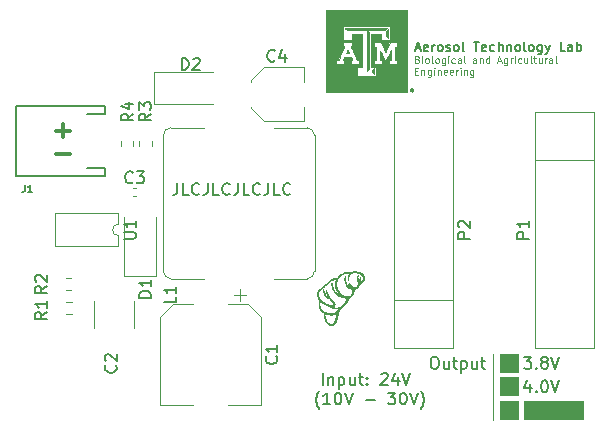
<source format=gto>
G04 #@! TF.GenerationSoftware,KiCad,Pcbnew,5.1.10-88a1d61d58~90~ubuntu20.04.1*
G04 #@! TF.CreationDate,2021-10-25T08:53:00-05:00*
G04 #@! TF.ProjectId,power-share,706f7765-722d-4736-9861-72652e6b6963,rev?*
G04 #@! TF.SameCoordinates,Original*
G04 #@! TF.FileFunction,Legend,Top*
G04 #@! TF.FilePolarity,Positive*
%FSLAX46Y46*%
G04 Gerber Fmt 4.6, Leading zero omitted, Abs format (unit mm)*
G04 Created by KiCad (PCBNEW 5.1.10-88a1d61d58~90~ubuntu20.04.1) date 2021-10-25 08:53:00*
%MOMM*%
%LPD*%
G01*
G04 APERTURE LIST*
%ADD10C,0.150000*%
%ADD11C,0.100000*%
%ADD12C,0.180000*%
%ADD13C,0.120000*%
%ADD14C,0.300000*%
%ADD15C,0.010000*%
%ADD16C,0.203200*%
%ADD17C,0.127000*%
%ADD18C,0.800000*%
%ADD19C,6.400000*%
%ADD20R,3.400000X2.710000*%
%ADD21R,0.600000X1.550000*%
%ADD22O,3.500000X3.100000*%
%ADD23R,5.400000X2.900000*%
%ADD24C,1.800860*%
%ADD25R,1.400000X2.100000*%
%ADD26R,2.100000X1.400000*%
G04 APERTURE END LIST*
D10*
X96680952Y-114552380D02*
X96680952Y-115266666D01*
X96633333Y-115409523D01*
X96538095Y-115504761D01*
X96395238Y-115552380D01*
X96300000Y-115552380D01*
X97633333Y-115552380D02*
X97157142Y-115552380D01*
X97157142Y-114552380D01*
X98538095Y-115457142D02*
X98490476Y-115504761D01*
X98347619Y-115552380D01*
X98252380Y-115552380D01*
X98109523Y-115504761D01*
X98014285Y-115409523D01*
X97966666Y-115314285D01*
X97919047Y-115123809D01*
X97919047Y-114980952D01*
X97966666Y-114790476D01*
X98014285Y-114695238D01*
X98109523Y-114600000D01*
X98252380Y-114552380D01*
X98347619Y-114552380D01*
X98490476Y-114600000D01*
X98538095Y-114647619D01*
X99252380Y-114552380D02*
X99252380Y-115266666D01*
X99204761Y-115409523D01*
X99109523Y-115504761D01*
X98966666Y-115552380D01*
X98871428Y-115552380D01*
X100204761Y-115552380D02*
X99728571Y-115552380D01*
X99728571Y-114552380D01*
X101109523Y-115457142D02*
X101061904Y-115504761D01*
X100919047Y-115552380D01*
X100823809Y-115552380D01*
X100680952Y-115504761D01*
X100585714Y-115409523D01*
X100538095Y-115314285D01*
X100490476Y-115123809D01*
X100490476Y-114980952D01*
X100538095Y-114790476D01*
X100585714Y-114695238D01*
X100680952Y-114600000D01*
X100823809Y-114552380D01*
X100919047Y-114552380D01*
X101061904Y-114600000D01*
X101109523Y-114647619D01*
X101823809Y-114552380D02*
X101823809Y-115266666D01*
X101776190Y-115409523D01*
X101680952Y-115504761D01*
X101538095Y-115552380D01*
X101442857Y-115552380D01*
X102776190Y-115552380D02*
X102300000Y-115552380D01*
X102300000Y-114552380D01*
X103680952Y-115457142D02*
X103633333Y-115504761D01*
X103490476Y-115552380D01*
X103395238Y-115552380D01*
X103252380Y-115504761D01*
X103157142Y-115409523D01*
X103109523Y-115314285D01*
X103061904Y-115123809D01*
X103061904Y-114980952D01*
X103109523Y-114790476D01*
X103157142Y-114695238D01*
X103252380Y-114600000D01*
X103395238Y-114552380D01*
X103490476Y-114552380D01*
X103633333Y-114600000D01*
X103680952Y-114647619D01*
X104395238Y-114552380D02*
X104395238Y-115266666D01*
X104347619Y-115409523D01*
X104252380Y-115504761D01*
X104109523Y-115552380D01*
X104014285Y-115552380D01*
X105347619Y-115552380D02*
X104871428Y-115552380D01*
X104871428Y-114552380D01*
X106252380Y-115457142D02*
X106204761Y-115504761D01*
X106061904Y-115552380D01*
X105966666Y-115552380D01*
X105823809Y-115504761D01*
X105728571Y-115409523D01*
X105680952Y-115314285D01*
X105633333Y-115123809D01*
X105633333Y-114980952D01*
X105680952Y-114790476D01*
X105728571Y-114695238D01*
X105823809Y-114600000D01*
X105966666Y-114552380D01*
X106061904Y-114552380D01*
X106204761Y-114600000D01*
X106252380Y-114647619D01*
D11*
X117007857Y-104057142D02*
X117093571Y-104085714D01*
X117122142Y-104114285D01*
X117150714Y-104171428D01*
X117150714Y-104257142D01*
X117122142Y-104314285D01*
X117093571Y-104342857D01*
X117036428Y-104371428D01*
X116807857Y-104371428D01*
X116807857Y-103771428D01*
X117007857Y-103771428D01*
X117065000Y-103800000D01*
X117093571Y-103828571D01*
X117122142Y-103885714D01*
X117122142Y-103942857D01*
X117093571Y-104000000D01*
X117065000Y-104028571D01*
X117007857Y-104057142D01*
X116807857Y-104057142D01*
X117407857Y-104371428D02*
X117407857Y-103971428D01*
X117407857Y-103771428D02*
X117379285Y-103800000D01*
X117407857Y-103828571D01*
X117436428Y-103800000D01*
X117407857Y-103771428D01*
X117407857Y-103828571D01*
X117779285Y-104371428D02*
X117722142Y-104342857D01*
X117693571Y-104314285D01*
X117665000Y-104257142D01*
X117665000Y-104085714D01*
X117693571Y-104028571D01*
X117722142Y-104000000D01*
X117779285Y-103971428D01*
X117865000Y-103971428D01*
X117922142Y-104000000D01*
X117950714Y-104028571D01*
X117979285Y-104085714D01*
X117979285Y-104257142D01*
X117950714Y-104314285D01*
X117922142Y-104342857D01*
X117865000Y-104371428D01*
X117779285Y-104371428D01*
X118322142Y-104371428D02*
X118265000Y-104342857D01*
X118236428Y-104285714D01*
X118236428Y-103771428D01*
X118636428Y-104371428D02*
X118579285Y-104342857D01*
X118550714Y-104314285D01*
X118522142Y-104257142D01*
X118522142Y-104085714D01*
X118550714Y-104028571D01*
X118579285Y-104000000D01*
X118636428Y-103971428D01*
X118722142Y-103971428D01*
X118779285Y-104000000D01*
X118807857Y-104028571D01*
X118836428Y-104085714D01*
X118836428Y-104257142D01*
X118807857Y-104314285D01*
X118779285Y-104342857D01*
X118722142Y-104371428D01*
X118636428Y-104371428D01*
X119350714Y-103971428D02*
X119350714Y-104457142D01*
X119322142Y-104514285D01*
X119293571Y-104542857D01*
X119236428Y-104571428D01*
X119150714Y-104571428D01*
X119093571Y-104542857D01*
X119350714Y-104342857D02*
X119293571Y-104371428D01*
X119179285Y-104371428D01*
X119122142Y-104342857D01*
X119093571Y-104314285D01*
X119065000Y-104257142D01*
X119065000Y-104085714D01*
X119093571Y-104028571D01*
X119122142Y-104000000D01*
X119179285Y-103971428D01*
X119293571Y-103971428D01*
X119350714Y-104000000D01*
X119636428Y-104371428D02*
X119636428Y-103971428D01*
X119636428Y-103771428D02*
X119607857Y-103800000D01*
X119636428Y-103828571D01*
X119665000Y-103800000D01*
X119636428Y-103771428D01*
X119636428Y-103828571D01*
X120179285Y-104342857D02*
X120122142Y-104371428D01*
X120007857Y-104371428D01*
X119950714Y-104342857D01*
X119922142Y-104314285D01*
X119893571Y-104257142D01*
X119893571Y-104085714D01*
X119922142Y-104028571D01*
X119950714Y-104000000D01*
X120007857Y-103971428D01*
X120122142Y-103971428D01*
X120179285Y-104000000D01*
X120693571Y-104371428D02*
X120693571Y-104057142D01*
X120665000Y-104000000D01*
X120607857Y-103971428D01*
X120493571Y-103971428D01*
X120436428Y-104000000D01*
X120693571Y-104342857D02*
X120636428Y-104371428D01*
X120493571Y-104371428D01*
X120436428Y-104342857D01*
X120407857Y-104285714D01*
X120407857Y-104228571D01*
X120436428Y-104171428D01*
X120493571Y-104142857D01*
X120636428Y-104142857D01*
X120693571Y-104114285D01*
X121065000Y-104371428D02*
X121007857Y-104342857D01*
X120979285Y-104285714D01*
X120979285Y-103771428D01*
X122007857Y-104371428D02*
X122007857Y-104057142D01*
X121979285Y-104000000D01*
X121922142Y-103971428D01*
X121807857Y-103971428D01*
X121750714Y-104000000D01*
X122007857Y-104342857D02*
X121950714Y-104371428D01*
X121807857Y-104371428D01*
X121750714Y-104342857D01*
X121722142Y-104285714D01*
X121722142Y-104228571D01*
X121750714Y-104171428D01*
X121807857Y-104142857D01*
X121950714Y-104142857D01*
X122007857Y-104114285D01*
X122293571Y-103971428D02*
X122293571Y-104371428D01*
X122293571Y-104028571D02*
X122322142Y-104000000D01*
X122379285Y-103971428D01*
X122465000Y-103971428D01*
X122522142Y-104000000D01*
X122550714Y-104057142D01*
X122550714Y-104371428D01*
X123093571Y-104371428D02*
X123093571Y-103771428D01*
X123093571Y-104342857D02*
X123036428Y-104371428D01*
X122922142Y-104371428D01*
X122865000Y-104342857D01*
X122836428Y-104314285D01*
X122807857Y-104257142D01*
X122807857Y-104085714D01*
X122836428Y-104028571D01*
X122865000Y-104000000D01*
X122922142Y-103971428D01*
X123036428Y-103971428D01*
X123093571Y-104000000D01*
X123807857Y-104200000D02*
X124093571Y-104200000D01*
X123750714Y-104371428D02*
X123950714Y-103771428D01*
X124150714Y-104371428D01*
X124607857Y-103971428D02*
X124607857Y-104457142D01*
X124579285Y-104514285D01*
X124550714Y-104542857D01*
X124493571Y-104571428D01*
X124407857Y-104571428D01*
X124350714Y-104542857D01*
X124607857Y-104342857D02*
X124550714Y-104371428D01*
X124436428Y-104371428D01*
X124379285Y-104342857D01*
X124350714Y-104314285D01*
X124322142Y-104257142D01*
X124322142Y-104085714D01*
X124350714Y-104028571D01*
X124379285Y-104000000D01*
X124436428Y-103971428D01*
X124550714Y-103971428D01*
X124607857Y-104000000D01*
X124893571Y-104371428D02*
X124893571Y-103971428D01*
X124893571Y-104085714D02*
X124922142Y-104028571D01*
X124950714Y-104000000D01*
X125007857Y-103971428D01*
X125065000Y-103971428D01*
X125265000Y-104371428D02*
X125265000Y-103971428D01*
X125265000Y-103771428D02*
X125236428Y-103800000D01*
X125265000Y-103828571D01*
X125293571Y-103800000D01*
X125265000Y-103771428D01*
X125265000Y-103828571D01*
X125807857Y-104342857D02*
X125750714Y-104371428D01*
X125636428Y-104371428D01*
X125579285Y-104342857D01*
X125550714Y-104314285D01*
X125522142Y-104257142D01*
X125522142Y-104085714D01*
X125550714Y-104028571D01*
X125579285Y-104000000D01*
X125636428Y-103971428D01*
X125750714Y-103971428D01*
X125807857Y-104000000D01*
X126322142Y-103971428D02*
X126322142Y-104371428D01*
X126065000Y-103971428D02*
X126065000Y-104285714D01*
X126093571Y-104342857D01*
X126150714Y-104371428D01*
X126236428Y-104371428D01*
X126293571Y-104342857D01*
X126322142Y-104314285D01*
X126693571Y-104371428D02*
X126636428Y-104342857D01*
X126607857Y-104285714D01*
X126607857Y-103771428D01*
X126836428Y-103971428D02*
X127065000Y-103971428D01*
X126922142Y-103771428D02*
X126922142Y-104285714D01*
X126950714Y-104342857D01*
X127007857Y-104371428D01*
X127065000Y-104371428D01*
X127522142Y-103971428D02*
X127522142Y-104371428D01*
X127265000Y-103971428D02*
X127265000Y-104285714D01*
X127293571Y-104342857D01*
X127350714Y-104371428D01*
X127436428Y-104371428D01*
X127493571Y-104342857D01*
X127522142Y-104314285D01*
X127807857Y-104371428D02*
X127807857Y-103971428D01*
X127807857Y-104085714D02*
X127836428Y-104028571D01*
X127865000Y-104000000D01*
X127922142Y-103971428D01*
X127979285Y-103971428D01*
X128436428Y-104371428D02*
X128436428Y-104057142D01*
X128407857Y-104000000D01*
X128350714Y-103971428D01*
X128236428Y-103971428D01*
X128179285Y-104000000D01*
X128436428Y-104342857D02*
X128379285Y-104371428D01*
X128236428Y-104371428D01*
X128179285Y-104342857D01*
X128150714Y-104285714D01*
X128150714Y-104228571D01*
X128179285Y-104171428D01*
X128236428Y-104142857D01*
X128379285Y-104142857D01*
X128436428Y-104114285D01*
X128807857Y-104371428D02*
X128750714Y-104342857D01*
X128722142Y-104285714D01*
X128722142Y-103771428D01*
X116807857Y-105057142D02*
X117007857Y-105057142D01*
X117093571Y-105371428D02*
X116807857Y-105371428D01*
X116807857Y-104771428D01*
X117093571Y-104771428D01*
X117350714Y-104971428D02*
X117350714Y-105371428D01*
X117350714Y-105028571D02*
X117379285Y-105000000D01*
X117436428Y-104971428D01*
X117522142Y-104971428D01*
X117579285Y-105000000D01*
X117607857Y-105057142D01*
X117607857Y-105371428D01*
X118150714Y-104971428D02*
X118150714Y-105457142D01*
X118122142Y-105514285D01*
X118093571Y-105542857D01*
X118036428Y-105571428D01*
X117950714Y-105571428D01*
X117893571Y-105542857D01*
X118150714Y-105342857D02*
X118093571Y-105371428D01*
X117979285Y-105371428D01*
X117922142Y-105342857D01*
X117893571Y-105314285D01*
X117865000Y-105257142D01*
X117865000Y-105085714D01*
X117893571Y-105028571D01*
X117922142Y-105000000D01*
X117979285Y-104971428D01*
X118093571Y-104971428D01*
X118150714Y-105000000D01*
X118436428Y-105371428D02*
X118436428Y-104971428D01*
X118436428Y-104771428D02*
X118407857Y-104800000D01*
X118436428Y-104828571D01*
X118465000Y-104800000D01*
X118436428Y-104771428D01*
X118436428Y-104828571D01*
X118722142Y-104971428D02*
X118722142Y-105371428D01*
X118722142Y-105028571D02*
X118750714Y-105000000D01*
X118807857Y-104971428D01*
X118893571Y-104971428D01*
X118950714Y-105000000D01*
X118979285Y-105057142D01*
X118979285Y-105371428D01*
X119493571Y-105342857D02*
X119436428Y-105371428D01*
X119322142Y-105371428D01*
X119265000Y-105342857D01*
X119236428Y-105285714D01*
X119236428Y-105057142D01*
X119265000Y-105000000D01*
X119322142Y-104971428D01*
X119436428Y-104971428D01*
X119493571Y-105000000D01*
X119522142Y-105057142D01*
X119522142Y-105114285D01*
X119236428Y-105171428D01*
X120007857Y-105342857D02*
X119950714Y-105371428D01*
X119836428Y-105371428D01*
X119779285Y-105342857D01*
X119750714Y-105285714D01*
X119750714Y-105057142D01*
X119779285Y-105000000D01*
X119836428Y-104971428D01*
X119950714Y-104971428D01*
X120007857Y-105000000D01*
X120036428Y-105057142D01*
X120036428Y-105114285D01*
X119750714Y-105171428D01*
X120293571Y-105371428D02*
X120293571Y-104971428D01*
X120293571Y-105085714D02*
X120322142Y-105028571D01*
X120350714Y-105000000D01*
X120407857Y-104971428D01*
X120465000Y-104971428D01*
X120665000Y-105371428D02*
X120665000Y-104971428D01*
X120665000Y-104771428D02*
X120636428Y-104800000D01*
X120665000Y-104828571D01*
X120693571Y-104800000D01*
X120665000Y-104771428D01*
X120665000Y-104828571D01*
X120950714Y-104971428D02*
X120950714Y-105371428D01*
X120950714Y-105028571D02*
X120979285Y-105000000D01*
X121036428Y-104971428D01*
X121122142Y-104971428D01*
X121179285Y-105000000D01*
X121207857Y-105057142D01*
X121207857Y-105371428D01*
X121750714Y-104971428D02*
X121750714Y-105457142D01*
X121722142Y-105514285D01*
X121693571Y-105542857D01*
X121636428Y-105571428D01*
X121550714Y-105571428D01*
X121493571Y-105542857D01*
X121750714Y-105342857D02*
X121693571Y-105371428D01*
X121579285Y-105371428D01*
X121522142Y-105342857D01*
X121493571Y-105314285D01*
X121465000Y-105257142D01*
X121465000Y-105085714D01*
X121493571Y-105028571D01*
X121522142Y-105000000D01*
X121579285Y-104971428D01*
X121693571Y-104971428D01*
X121750714Y-105000000D01*
D12*
X116869380Y-103133333D02*
X117250333Y-103133333D01*
X116793190Y-103361904D02*
X117059857Y-102561904D01*
X117326523Y-103361904D01*
X117897952Y-103323809D02*
X117821761Y-103361904D01*
X117669380Y-103361904D01*
X117593190Y-103323809D01*
X117555095Y-103247619D01*
X117555095Y-102942857D01*
X117593190Y-102866666D01*
X117669380Y-102828571D01*
X117821761Y-102828571D01*
X117897952Y-102866666D01*
X117936047Y-102942857D01*
X117936047Y-103019047D01*
X117555095Y-103095238D01*
X118278904Y-103361904D02*
X118278904Y-102828571D01*
X118278904Y-102980952D02*
X118317000Y-102904761D01*
X118355095Y-102866666D01*
X118431285Y-102828571D01*
X118507476Y-102828571D01*
X118888428Y-103361904D02*
X118812238Y-103323809D01*
X118774142Y-103285714D01*
X118736047Y-103209523D01*
X118736047Y-102980952D01*
X118774142Y-102904761D01*
X118812238Y-102866666D01*
X118888428Y-102828571D01*
X119002714Y-102828571D01*
X119078904Y-102866666D01*
X119117000Y-102904761D01*
X119155095Y-102980952D01*
X119155095Y-103209523D01*
X119117000Y-103285714D01*
X119078904Y-103323809D01*
X119002714Y-103361904D01*
X118888428Y-103361904D01*
X119459857Y-103323809D02*
X119536047Y-103361904D01*
X119688428Y-103361904D01*
X119764619Y-103323809D01*
X119802714Y-103247619D01*
X119802714Y-103209523D01*
X119764619Y-103133333D01*
X119688428Y-103095238D01*
X119574142Y-103095238D01*
X119497952Y-103057142D01*
X119459857Y-102980952D01*
X119459857Y-102942857D01*
X119497952Y-102866666D01*
X119574142Y-102828571D01*
X119688428Y-102828571D01*
X119764619Y-102866666D01*
X120259857Y-103361904D02*
X120183666Y-103323809D01*
X120145571Y-103285714D01*
X120107476Y-103209523D01*
X120107476Y-102980952D01*
X120145571Y-102904761D01*
X120183666Y-102866666D01*
X120259857Y-102828571D01*
X120374142Y-102828571D01*
X120450333Y-102866666D01*
X120488428Y-102904761D01*
X120526523Y-102980952D01*
X120526523Y-103209523D01*
X120488428Y-103285714D01*
X120450333Y-103323809D01*
X120374142Y-103361904D01*
X120259857Y-103361904D01*
X120983666Y-103361904D02*
X120907476Y-103323809D01*
X120869380Y-103247619D01*
X120869380Y-102561904D01*
X121783666Y-102561904D02*
X122240809Y-102561904D01*
X122012238Y-103361904D02*
X122012238Y-102561904D01*
X122812238Y-103323809D02*
X122736047Y-103361904D01*
X122583666Y-103361904D01*
X122507476Y-103323809D01*
X122469380Y-103247619D01*
X122469380Y-102942857D01*
X122507476Y-102866666D01*
X122583666Y-102828571D01*
X122736047Y-102828571D01*
X122812238Y-102866666D01*
X122850333Y-102942857D01*
X122850333Y-103019047D01*
X122469380Y-103095238D01*
X123536047Y-103323809D02*
X123459857Y-103361904D01*
X123307476Y-103361904D01*
X123231285Y-103323809D01*
X123193190Y-103285714D01*
X123155095Y-103209523D01*
X123155095Y-102980952D01*
X123193190Y-102904761D01*
X123231285Y-102866666D01*
X123307476Y-102828571D01*
X123459857Y-102828571D01*
X123536047Y-102866666D01*
X123878904Y-103361904D02*
X123878904Y-102561904D01*
X124221761Y-103361904D02*
X124221761Y-102942857D01*
X124183666Y-102866666D01*
X124107476Y-102828571D01*
X123993190Y-102828571D01*
X123917000Y-102866666D01*
X123878904Y-102904761D01*
X124602714Y-102828571D02*
X124602714Y-103361904D01*
X124602714Y-102904761D02*
X124640809Y-102866666D01*
X124717000Y-102828571D01*
X124831285Y-102828571D01*
X124907476Y-102866666D01*
X124945571Y-102942857D01*
X124945571Y-103361904D01*
X125440809Y-103361904D02*
X125364619Y-103323809D01*
X125326523Y-103285714D01*
X125288428Y-103209523D01*
X125288428Y-102980952D01*
X125326523Y-102904761D01*
X125364619Y-102866666D01*
X125440809Y-102828571D01*
X125555095Y-102828571D01*
X125631285Y-102866666D01*
X125669380Y-102904761D01*
X125707476Y-102980952D01*
X125707476Y-103209523D01*
X125669380Y-103285714D01*
X125631285Y-103323809D01*
X125555095Y-103361904D01*
X125440809Y-103361904D01*
X126164619Y-103361904D02*
X126088428Y-103323809D01*
X126050333Y-103247619D01*
X126050333Y-102561904D01*
X126583666Y-103361904D02*
X126507476Y-103323809D01*
X126469380Y-103285714D01*
X126431285Y-103209523D01*
X126431285Y-102980952D01*
X126469380Y-102904761D01*
X126507476Y-102866666D01*
X126583666Y-102828571D01*
X126697952Y-102828571D01*
X126774142Y-102866666D01*
X126812238Y-102904761D01*
X126850333Y-102980952D01*
X126850333Y-103209523D01*
X126812238Y-103285714D01*
X126774142Y-103323809D01*
X126697952Y-103361904D01*
X126583666Y-103361904D01*
X127536047Y-102828571D02*
X127536047Y-103476190D01*
X127497952Y-103552380D01*
X127459857Y-103590476D01*
X127383666Y-103628571D01*
X127269380Y-103628571D01*
X127193190Y-103590476D01*
X127536047Y-103323809D02*
X127459857Y-103361904D01*
X127307476Y-103361904D01*
X127231285Y-103323809D01*
X127193190Y-103285714D01*
X127155095Y-103209523D01*
X127155095Y-102980952D01*
X127193190Y-102904761D01*
X127231285Y-102866666D01*
X127307476Y-102828571D01*
X127459857Y-102828571D01*
X127536047Y-102866666D01*
X127840809Y-102828571D02*
X128031285Y-103361904D01*
X128221761Y-102828571D02*
X128031285Y-103361904D01*
X127955095Y-103552380D01*
X127917000Y-103590476D01*
X127840809Y-103628571D01*
X129517000Y-103361904D02*
X129136047Y-103361904D01*
X129136047Y-102561904D01*
X130126523Y-103361904D02*
X130126523Y-102942857D01*
X130088428Y-102866666D01*
X130012238Y-102828571D01*
X129859857Y-102828571D01*
X129783666Y-102866666D01*
X130126523Y-103323809D02*
X130050333Y-103361904D01*
X129859857Y-103361904D01*
X129783666Y-103323809D01*
X129745571Y-103247619D01*
X129745571Y-103171428D01*
X129783666Y-103095238D01*
X129859857Y-103057142D01*
X130050333Y-103057142D01*
X130126523Y-103019047D01*
X130507476Y-103361904D02*
X130507476Y-102561904D01*
X130507476Y-102866666D02*
X130583666Y-102828571D01*
X130736047Y-102828571D01*
X130812238Y-102866666D01*
X130850333Y-102904761D01*
X130888428Y-102980952D01*
X130888428Y-103209523D01*
X130850333Y-103285714D01*
X130812238Y-103323809D01*
X130736047Y-103361904D01*
X130583666Y-103361904D01*
X130507476Y-103323809D01*
D13*
X123400000Y-129000000D02*
X123400000Y-134600000D01*
D10*
X126547619Y-131585714D02*
X126547619Y-132252380D01*
X126309523Y-131204761D02*
X126071428Y-131919047D01*
X126690476Y-131919047D01*
X127071428Y-132157142D02*
X127119047Y-132204761D01*
X127071428Y-132252380D01*
X127023809Y-132204761D01*
X127071428Y-132157142D01*
X127071428Y-132252380D01*
X127738095Y-131252380D02*
X127833333Y-131252380D01*
X127928571Y-131300000D01*
X127976190Y-131347619D01*
X128023809Y-131442857D01*
X128071428Y-131633333D01*
X128071428Y-131871428D01*
X128023809Y-132061904D01*
X127976190Y-132157142D01*
X127928571Y-132204761D01*
X127833333Y-132252380D01*
X127738095Y-132252380D01*
X127642857Y-132204761D01*
X127595238Y-132157142D01*
X127547619Y-132061904D01*
X127500000Y-131871428D01*
X127500000Y-131633333D01*
X127547619Y-131442857D01*
X127595238Y-131347619D01*
X127642857Y-131300000D01*
X127738095Y-131252380D01*
X128357142Y-131252380D02*
X128690476Y-132252380D01*
X129023809Y-131252380D01*
D11*
G36*
X131000000Y-134500000D02*
G01*
X126000000Y-134500000D01*
X126000000Y-133000000D01*
X131000000Y-133000000D01*
X131000000Y-134500000D01*
G37*
X131000000Y-134500000D02*
X126000000Y-134500000D01*
X126000000Y-133000000D01*
X131000000Y-133000000D01*
X131000000Y-134500000D01*
G36*
X125500000Y-134500000D02*
G01*
X124000000Y-134500000D01*
X124000000Y-133000000D01*
X125500000Y-133000000D01*
X125500000Y-134500000D01*
G37*
X125500000Y-134500000D02*
X124000000Y-134500000D01*
X124000000Y-133000000D01*
X125500000Y-133000000D01*
X125500000Y-134500000D01*
G36*
X125500000Y-132500000D02*
G01*
X124000000Y-132500000D01*
X124000000Y-131000000D01*
X125500000Y-131000000D01*
X125500000Y-132500000D01*
G37*
X125500000Y-132500000D02*
X124000000Y-132500000D01*
X124000000Y-131000000D01*
X125500000Y-131000000D01*
X125500000Y-132500000D01*
G36*
X125500000Y-130500000D02*
G01*
X124000000Y-130500000D01*
X124000000Y-129000000D01*
X125500000Y-129000000D01*
X125500000Y-130500000D01*
G37*
X125500000Y-130500000D02*
X124000000Y-130500000D01*
X124000000Y-129000000D01*
X125500000Y-129000000D01*
X125500000Y-130500000D01*
D10*
X126023809Y-129252380D02*
X126642857Y-129252380D01*
X126309523Y-129633333D01*
X126452380Y-129633333D01*
X126547619Y-129680952D01*
X126595238Y-129728571D01*
X126642857Y-129823809D01*
X126642857Y-130061904D01*
X126595238Y-130157142D01*
X126547619Y-130204761D01*
X126452380Y-130252380D01*
X126166666Y-130252380D01*
X126071428Y-130204761D01*
X126023809Y-130157142D01*
X127071428Y-130157142D02*
X127119047Y-130204761D01*
X127071428Y-130252380D01*
X127023809Y-130204761D01*
X127071428Y-130157142D01*
X127071428Y-130252380D01*
X127690476Y-129680952D02*
X127595238Y-129633333D01*
X127547619Y-129585714D01*
X127500000Y-129490476D01*
X127500000Y-129442857D01*
X127547619Y-129347619D01*
X127595238Y-129300000D01*
X127690476Y-129252380D01*
X127880952Y-129252380D01*
X127976190Y-129300000D01*
X128023809Y-129347619D01*
X128071428Y-129442857D01*
X128071428Y-129490476D01*
X128023809Y-129585714D01*
X127976190Y-129633333D01*
X127880952Y-129680952D01*
X127690476Y-129680952D01*
X127595238Y-129728571D01*
X127547619Y-129776190D01*
X127500000Y-129871428D01*
X127500000Y-130061904D01*
X127547619Y-130157142D01*
X127595238Y-130204761D01*
X127690476Y-130252380D01*
X127880952Y-130252380D01*
X127976190Y-130204761D01*
X128023809Y-130157142D01*
X128071428Y-130061904D01*
X128071428Y-129871428D01*
X128023809Y-129776190D01*
X127976190Y-129728571D01*
X127880952Y-129680952D01*
X128357142Y-129252380D02*
X128690476Y-130252380D01*
X129023809Y-129252380D01*
X118376190Y-129252380D02*
X118566666Y-129252380D01*
X118661904Y-129300000D01*
X118757142Y-129395238D01*
X118804761Y-129585714D01*
X118804761Y-129919047D01*
X118757142Y-130109523D01*
X118661904Y-130204761D01*
X118566666Y-130252380D01*
X118376190Y-130252380D01*
X118280952Y-130204761D01*
X118185714Y-130109523D01*
X118138095Y-129919047D01*
X118138095Y-129585714D01*
X118185714Y-129395238D01*
X118280952Y-129300000D01*
X118376190Y-129252380D01*
X119661904Y-129585714D02*
X119661904Y-130252380D01*
X119233333Y-129585714D02*
X119233333Y-130109523D01*
X119280952Y-130204761D01*
X119376190Y-130252380D01*
X119519047Y-130252380D01*
X119614285Y-130204761D01*
X119661904Y-130157142D01*
X119995238Y-129585714D02*
X120376190Y-129585714D01*
X120138095Y-129252380D02*
X120138095Y-130109523D01*
X120185714Y-130204761D01*
X120280952Y-130252380D01*
X120376190Y-130252380D01*
X120709523Y-129585714D02*
X120709523Y-130585714D01*
X120709523Y-129633333D02*
X120804761Y-129585714D01*
X120995238Y-129585714D01*
X121090476Y-129633333D01*
X121138095Y-129680952D01*
X121185714Y-129776190D01*
X121185714Y-130061904D01*
X121138095Y-130157142D01*
X121090476Y-130204761D01*
X120995238Y-130252380D01*
X120804761Y-130252380D01*
X120709523Y-130204761D01*
X122042857Y-129585714D02*
X122042857Y-130252380D01*
X121614285Y-129585714D02*
X121614285Y-130109523D01*
X121661904Y-130204761D01*
X121757142Y-130252380D01*
X121900000Y-130252380D01*
X121995238Y-130204761D01*
X122042857Y-130157142D01*
X122376190Y-129585714D02*
X122757142Y-129585714D01*
X122519047Y-129252380D02*
X122519047Y-130109523D01*
X122566666Y-130204761D01*
X122661904Y-130252380D01*
X122757142Y-130252380D01*
X108976190Y-131627380D02*
X108976190Y-130627380D01*
X109452380Y-130960714D02*
X109452380Y-131627380D01*
X109452380Y-131055952D02*
X109500000Y-131008333D01*
X109595238Y-130960714D01*
X109738095Y-130960714D01*
X109833333Y-131008333D01*
X109880952Y-131103571D01*
X109880952Y-131627380D01*
X110357142Y-130960714D02*
X110357142Y-131960714D01*
X110357142Y-131008333D02*
X110452380Y-130960714D01*
X110642857Y-130960714D01*
X110738095Y-131008333D01*
X110785714Y-131055952D01*
X110833333Y-131151190D01*
X110833333Y-131436904D01*
X110785714Y-131532142D01*
X110738095Y-131579761D01*
X110642857Y-131627380D01*
X110452380Y-131627380D01*
X110357142Y-131579761D01*
X111690476Y-130960714D02*
X111690476Y-131627380D01*
X111261904Y-130960714D02*
X111261904Y-131484523D01*
X111309523Y-131579761D01*
X111404761Y-131627380D01*
X111547619Y-131627380D01*
X111642857Y-131579761D01*
X111690476Y-131532142D01*
X112023809Y-130960714D02*
X112404761Y-130960714D01*
X112166666Y-130627380D02*
X112166666Y-131484523D01*
X112214285Y-131579761D01*
X112309523Y-131627380D01*
X112404761Y-131627380D01*
X112738095Y-131532142D02*
X112785714Y-131579761D01*
X112738095Y-131627380D01*
X112690476Y-131579761D01*
X112738095Y-131532142D01*
X112738095Y-131627380D01*
X112738095Y-131008333D02*
X112785714Y-131055952D01*
X112738095Y-131103571D01*
X112690476Y-131055952D01*
X112738095Y-131008333D01*
X112738095Y-131103571D01*
X113928571Y-130722619D02*
X113976190Y-130675000D01*
X114071428Y-130627380D01*
X114309523Y-130627380D01*
X114404761Y-130675000D01*
X114452380Y-130722619D01*
X114500000Y-130817857D01*
X114500000Y-130913095D01*
X114452380Y-131055952D01*
X113880952Y-131627380D01*
X114500000Y-131627380D01*
X115357142Y-130960714D02*
X115357142Y-131627380D01*
X115119047Y-130579761D02*
X114880952Y-131294047D01*
X115500000Y-131294047D01*
X115738095Y-130627380D02*
X116071428Y-131627380D01*
X116404761Y-130627380D01*
X108714285Y-133658333D02*
X108666666Y-133610714D01*
X108571428Y-133467857D01*
X108523809Y-133372619D01*
X108476190Y-133229761D01*
X108428571Y-132991666D01*
X108428571Y-132801190D01*
X108476190Y-132563095D01*
X108523809Y-132420238D01*
X108571428Y-132325000D01*
X108666666Y-132182142D01*
X108714285Y-132134523D01*
X109619047Y-133277380D02*
X109047619Y-133277380D01*
X109333333Y-133277380D02*
X109333333Y-132277380D01*
X109238095Y-132420238D01*
X109142857Y-132515476D01*
X109047619Y-132563095D01*
X110238095Y-132277380D02*
X110333333Y-132277380D01*
X110428571Y-132325000D01*
X110476190Y-132372619D01*
X110523809Y-132467857D01*
X110571428Y-132658333D01*
X110571428Y-132896428D01*
X110523809Y-133086904D01*
X110476190Y-133182142D01*
X110428571Y-133229761D01*
X110333333Y-133277380D01*
X110238095Y-133277380D01*
X110142857Y-133229761D01*
X110095238Y-133182142D01*
X110047619Y-133086904D01*
X110000000Y-132896428D01*
X110000000Y-132658333D01*
X110047619Y-132467857D01*
X110095238Y-132372619D01*
X110142857Y-132325000D01*
X110238095Y-132277380D01*
X110857142Y-132277380D02*
X111190476Y-133277380D01*
X111523809Y-132277380D01*
X112619047Y-132896428D02*
X113380952Y-132896428D01*
X114523809Y-132277380D02*
X115142857Y-132277380D01*
X114809523Y-132658333D01*
X114952380Y-132658333D01*
X115047619Y-132705952D01*
X115095238Y-132753571D01*
X115142857Y-132848809D01*
X115142857Y-133086904D01*
X115095238Y-133182142D01*
X115047619Y-133229761D01*
X114952380Y-133277380D01*
X114666666Y-133277380D01*
X114571428Y-133229761D01*
X114523809Y-133182142D01*
X115761904Y-132277380D02*
X115857142Y-132277380D01*
X115952380Y-132325000D01*
X116000000Y-132372619D01*
X116047619Y-132467857D01*
X116095238Y-132658333D01*
X116095238Y-132896428D01*
X116047619Y-133086904D01*
X116000000Y-133182142D01*
X115952380Y-133229761D01*
X115857142Y-133277380D01*
X115761904Y-133277380D01*
X115666666Y-133229761D01*
X115619047Y-133182142D01*
X115571428Y-133086904D01*
X115523809Y-132896428D01*
X115523809Y-132658333D01*
X115571428Y-132467857D01*
X115619047Y-132372619D01*
X115666666Y-132325000D01*
X115761904Y-132277380D01*
X116380952Y-132277380D02*
X116714285Y-133277380D01*
X117047619Y-132277380D01*
X117285714Y-133658333D02*
X117333333Y-133610714D01*
X117428571Y-133467857D01*
X117476190Y-133372619D01*
X117523809Y-133229761D01*
X117571428Y-132991666D01*
X117571428Y-132801190D01*
X117523809Y-132563095D01*
X117476190Y-132420238D01*
X117428571Y-132325000D01*
X117333333Y-132182142D01*
X117285714Y-132134523D01*
D14*
X86428571Y-112107142D02*
X87571428Y-112107142D01*
X86428571Y-110107142D02*
X87571428Y-110107142D01*
X87000000Y-110678571D02*
X87000000Y-109535714D01*
D13*
X91700000Y-119900000D02*
X86300000Y-119900000D01*
X86300000Y-119900000D02*
X86300000Y-117100000D01*
X86300000Y-117100000D02*
X91700000Y-117100000D01*
X91700000Y-119900000D02*
X91700000Y-119000000D01*
X91700000Y-118000000D02*
X91700000Y-117100000D01*
X91700000Y-119000000D02*
G75*
G02*
X91700000Y-118000000I0J500000D01*
G01*
D15*
G36*
X109018995Y-123561179D02*
G01*
X109021538Y-123541864D01*
X109025355Y-123524163D01*
X109028708Y-123517936D01*
X109032696Y-123525273D01*
X109038419Y-123548267D01*
X109046976Y-123589011D01*
X109047401Y-123591077D01*
X109089406Y-123747401D01*
X109149108Y-123893966D01*
X109226285Y-124030344D01*
X109320716Y-124156106D01*
X109364369Y-124204500D01*
X109392940Y-124235551D01*
X109414007Y-124260360D01*
X109425119Y-124275909D01*
X109425489Y-124279680D01*
X109406853Y-124273069D01*
X109377502Y-124255192D01*
X109341255Y-124228984D01*
X109301928Y-124197382D01*
X109263342Y-124163320D01*
X109229313Y-124129735D01*
X109226412Y-124126628D01*
X109179925Y-124068563D01*
X109134177Y-123997497D01*
X109092941Y-123920371D01*
X109059989Y-123844123D01*
X109041746Y-123786920D01*
X109029962Y-123729566D01*
X109021877Y-123668398D01*
X109018039Y-123610056D01*
X109018995Y-123561179D01*
G37*
X109018995Y-123561179D02*
X109021538Y-123541864D01*
X109025355Y-123524163D01*
X109028708Y-123517936D01*
X109032696Y-123525273D01*
X109038419Y-123548267D01*
X109046976Y-123589011D01*
X109047401Y-123591077D01*
X109089406Y-123747401D01*
X109149108Y-123893966D01*
X109226285Y-124030344D01*
X109320716Y-124156106D01*
X109364369Y-124204500D01*
X109392940Y-124235551D01*
X109414007Y-124260360D01*
X109425119Y-124275909D01*
X109425489Y-124279680D01*
X109406853Y-124273069D01*
X109377502Y-124255192D01*
X109341255Y-124228984D01*
X109301928Y-124197382D01*
X109263342Y-124163320D01*
X109229313Y-124129735D01*
X109226412Y-124126628D01*
X109179925Y-124068563D01*
X109134177Y-123997497D01*
X109092941Y-123920371D01*
X109059989Y-123844123D01*
X109041746Y-123786920D01*
X109029962Y-123729566D01*
X109021877Y-123668398D01*
X109018039Y-123610056D01*
X109018995Y-123561179D01*
G36*
X108509735Y-123824283D02*
G01*
X108530295Y-123764119D01*
X108564318Y-123701115D01*
X108581526Y-123674469D01*
X108614148Y-123629991D01*
X108654311Y-123583497D01*
X108703898Y-123533180D01*
X108764790Y-123477235D01*
X108838867Y-123413855D01*
X108928011Y-123341234D01*
X108931402Y-123338523D01*
X108991075Y-123289406D01*
X109058784Y-123231342D01*
X109128279Y-123169833D01*
X109193309Y-123110382D01*
X109230057Y-123075609D01*
X109334098Y-122977254D01*
X109427435Y-122893310D01*
X109512117Y-122822369D01*
X109590194Y-122763022D01*
X109663715Y-122713861D01*
X109734728Y-122673477D01*
X109805284Y-122640463D01*
X109877431Y-122613409D01*
X109923253Y-122599186D01*
X109978237Y-122585790D01*
X110040554Y-122574344D01*
X110097627Y-122567121D01*
X110102896Y-122566693D01*
X110193805Y-122559830D01*
X110244964Y-122495989D01*
X110317744Y-122416687D01*
X110406201Y-122339031D01*
X110505737Y-122266020D01*
X110611753Y-122200652D01*
X110719652Y-122145922D01*
X110824836Y-122104829D01*
X110862161Y-122093676D01*
X110923602Y-122081364D01*
X110996466Y-122073555D01*
X111074382Y-122070344D01*
X111150978Y-122071823D01*
X111219881Y-122078086D01*
X111269344Y-122087697D01*
X111304010Y-122096654D01*
X111327098Y-122099695D01*
X111346640Y-122096240D01*
X111370664Y-122085708D01*
X111383161Y-122079467D01*
X111473853Y-122044204D01*
X111576057Y-122022412D01*
X111686278Y-122013863D01*
X111801021Y-122018329D01*
X111916790Y-122035582D01*
X112030092Y-122065392D01*
X112137431Y-122107531D01*
X112185581Y-122131945D01*
X112285421Y-122195159D01*
X112368022Y-122265380D01*
X112432635Y-122341787D01*
X112478507Y-122423561D01*
X112495471Y-122470505D01*
X112508732Y-122536842D01*
X112507885Y-122602937D01*
X112497357Y-122660251D01*
X112482219Y-122712010D01*
X112462203Y-122758401D01*
X112435043Y-122802378D01*
X112398475Y-122846894D01*
X112350235Y-122894902D01*
X112288058Y-122949356D01*
X112254226Y-122977322D01*
X112189283Y-123031690D01*
X112137904Y-123078399D01*
X112096770Y-123121100D01*
X112062565Y-123163443D01*
X112031971Y-123209079D01*
X112010758Y-123245238D01*
X111971560Y-123305429D01*
X111926733Y-123353487D01*
X111871050Y-123394206D01*
X111814917Y-123424845D01*
X111758344Y-123454216D01*
X111714504Y-123481855D01*
X111680767Y-123511332D01*
X111654505Y-123546217D01*
X111633089Y-123590082D01*
X111613890Y-123646494D01*
X111594280Y-123719026D01*
X111592177Y-123727375D01*
X111559117Y-123841111D01*
X111520835Y-123937015D01*
X111475871Y-124017223D01*
X111422766Y-124083873D01*
X111360058Y-124139102D01*
X111286287Y-124185045D01*
X111275639Y-124190533D01*
X111189544Y-124233960D01*
X111140278Y-124353261D01*
X111065491Y-124515778D01*
X110982871Y-124660227D01*
X110892577Y-124786420D01*
X110794768Y-124894169D01*
X110689604Y-124983287D01*
X110577242Y-125053584D01*
X110528213Y-125077331D01*
X110495071Y-125093248D01*
X110470711Y-125107181D01*
X110459816Y-125116410D01*
X110459633Y-125117138D01*
X110454102Y-125136625D01*
X110439851Y-125168569D01*
X110419365Y-125208476D01*
X110395130Y-125251852D01*
X110369632Y-125294205D01*
X110345356Y-125331041D01*
X110329644Y-125352102D01*
X110279783Y-125413604D01*
X110273653Y-125535512D01*
X110267754Y-125614433D01*
X110257583Y-125693504D01*
X110242327Y-125776921D01*
X110221174Y-125868882D01*
X110193309Y-125973582D01*
X110179127Y-126023339D01*
X110153841Y-126108253D01*
X110131541Y-126177075D01*
X110110714Y-126233532D01*
X110089846Y-126281347D01*
X110067425Y-126324246D01*
X110041938Y-126365952D01*
X110036666Y-126373985D01*
X109982891Y-126444755D01*
X109924862Y-126499430D01*
X109858094Y-126542232D01*
X109857744Y-126542416D01*
X109829549Y-126556057D01*
X109803981Y-126564475D01*
X109774533Y-126568895D01*
X109734699Y-126570543D01*
X109719216Y-126570639D01*
X109719216Y-126478345D01*
X109782630Y-126462627D01*
X109842915Y-126428614D01*
X109898561Y-126377319D01*
X109948059Y-126309754D01*
X109975473Y-126259156D01*
X109996841Y-126207677D01*
X110019677Y-126140509D01*
X110042940Y-126062014D01*
X110065589Y-125976551D01*
X110086584Y-125888482D01*
X110104885Y-125802167D01*
X110119451Y-125721967D01*
X110129242Y-125652244D01*
X110133205Y-125598034D01*
X110134240Y-125539708D01*
X110084086Y-125570568D01*
X110050072Y-125589025D01*
X110005376Y-125609979D01*
X109958578Y-125629457D01*
X109949466Y-125632921D01*
X109857863Y-125657871D01*
X109752235Y-125670032D01*
X109676291Y-125669563D01*
X109676291Y-125571546D01*
X109738212Y-125570516D01*
X109786596Y-125566803D01*
X109828135Y-125559629D01*
X109865000Y-125549635D01*
X109960251Y-125511556D01*
X110054179Y-125458112D01*
X110140134Y-125393548D01*
X110199006Y-125336392D01*
X110220174Y-125310928D01*
X110244792Y-125278298D01*
X110269816Y-125242962D01*
X110292196Y-125209378D01*
X110308888Y-125182004D01*
X110316844Y-125165300D01*
X110317120Y-125163548D01*
X110307595Y-125160905D01*
X110281561Y-125158727D01*
X110242827Y-125157221D01*
X110195202Y-125156591D01*
X110187580Y-125156584D01*
X110106979Y-125155067D01*
X110037234Y-125149612D01*
X109970311Y-125139062D01*
X109898179Y-125122261D01*
X109843188Y-125107003D01*
X109802208Y-125094223D01*
X109757355Y-125078781D01*
X109712465Y-125062192D01*
X109671373Y-125045972D01*
X109637913Y-125031636D01*
X109615919Y-125020700D01*
X109609228Y-125014678D01*
X109609310Y-125014584D01*
X109620122Y-125015251D01*
X109646339Y-125020043D01*
X109683663Y-125028109D01*
X109715395Y-125035562D01*
X109876198Y-125066774D01*
X110027273Y-125080163D01*
X110168672Y-125075720D01*
X110300450Y-125053433D01*
X110422660Y-125013290D01*
X110535355Y-124955281D01*
X110638588Y-124879393D01*
X110691316Y-124830068D01*
X110741050Y-124774542D01*
X110794611Y-124705952D01*
X110847917Y-124629950D01*
X110896888Y-124552190D01*
X110916086Y-124518739D01*
X110932620Y-124487493D01*
X110952591Y-124447594D01*
X110974084Y-124403150D01*
X110995182Y-124358266D01*
X111013971Y-124317049D01*
X111028533Y-124283607D01*
X111036954Y-124262045D01*
X111038273Y-124256820D01*
X111029597Y-124251457D01*
X111023240Y-124250780D01*
X111023240Y-124141496D01*
X111121880Y-124133317D01*
X111208784Y-124108680D01*
X111284516Y-124067302D01*
X111349638Y-124008900D01*
X111389435Y-123957405D01*
X111411445Y-123922146D01*
X111429698Y-123886455D01*
X111445685Y-123846202D01*
X111460896Y-123797258D01*
X111476820Y-123735489D01*
X111490105Y-123678371D01*
X111502283Y-123629225D01*
X111515589Y-123583132D01*
X111528097Y-123546445D01*
X111534946Y-123530533D01*
X111555474Y-123490295D01*
X111507797Y-123494688D01*
X111480440Y-123494212D01*
X111480440Y-123355120D01*
X111485520Y-123350040D01*
X111480440Y-123344960D01*
X111475360Y-123350040D01*
X111480440Y-123355120D01*
X111480440Y-123494212D01*
X111453228Y-123493738D01*
X111439800Y-123491568D01*
X111439800Y-123416080D01*
X111444880Y-123411000D01*
X111439800Y-123405920D01*
X111434720Y-123411000D01*
X111439800Y-123416080D01*
X111439800Y-123491568D01*
X111387911Y-123483180D01*
X111318140Y-123464470D01*
X111250211Y-123439061D01*
X111232756Y-123431124D01*
X111191421Y-123409256D01*
X111153421Y-123383473D01*
X111113364Y-123349684D01*
X111068622Y-123306572D01*
X111027133Y-123263712D01*
X110996280Y-123227694D01*
X110971385Y-123192004D01*
X110947770Y-123150131D01*
X110928341Y-123111280D01*
X110875279Y-122979819D01*
X110841321Y-122844116D01*
X110826812Y-122706246D01*
X110832098Y-122568281D01*
X110834597Y-122547870D01*
X110842306Y-122494834D01*
X110848538Y-122462038D01*
X110853257Y-122449456D01*
X110856428Y-122457060D01*
X110858017Y-122484821D01*
X110857988Y-122532713D01*
X110857314Y-122565877D01*
X110862171Y-122708555D01*
X110883778Y-122843106D01*
X110921664Y-122968275D01*
X110975356Y-123082808D01*
X111044383Y-123185450D01*
X111122067Y-123269266D01*
X111179972Y-123315474D01*
X111244616Y-123354736D01*
X111310103Y-123384016D01*
X111370532Y-123400278D01*
X111378840Y-123401412D01*
X111429640Y-123407302D01*
X111380597Y-123381161D01*
X111299918Y-123332800D01*
X111234950Y-123281470D01*
X111204888Y-123251439D01*
X111181134Y-123223248D01*
X111157090Y-123190787D01*
X111135560Y-123158421D01*
X111119345Y-123130518D01*
X111111246Y-123111442D01*
X111111528Y-123105965D01*
X111119389Y-123111044D01*
X111135596Y-123128627D01*
X111154941Y-123152729D01*
X111184063Y-123185472D01*
X111221941Y-123220912D01*
X111257872Y-123249499D01*
X111294682Y-123273398D01*
X111336274Y-123296728D01*
X111378071Y-123317353D01*
X111415496Y-123333138D01*
X111443972Y-123341947D01*
X111457254Y-123342529D01*
X111455147Y-123335254D01*
X111439866Y-123319374D01*
X111414665Y-123298243D01*
X111413040Y-123296983D01*
X111353502Y-123242641D01*
X111300556Y-123178418D01*
X111258741Y-123110424D01*
X111237306Y-123060314D01*
X111228607Y-123033706D01*
X111226755Y-123024101D01*
X111231981Y-123029288D01*
X111239459Y-123039797D01*
X111287472Y-123105625D01*
X111330871Y-123157505D01*
X111374004Y-123199726D01*
X111421218Y-123236575D01*
X111472621Y-123269795D01*
X111556081Y-123310422D01*
X111641227Y-123331883D01*
X111702824Y-123336070D01*
X111772653Y-123327244D01*
X111831975Y-123301184D01*
X111879970Y-123258519D01*
X111915819Y-123199878D01*
X111929750Y-123162080D01*
X111940861Y-123105403D01*
X111945392Y-123034465D01*
X111943368Y-122954224D01*
X111934813Y-122869636D01*
X111928068Y-122827114D01*
X111911573Y-122725582D01*
X111901770Y-122640208D01*
X111898760Y-122567929D01*
X111902643Y-122505682D01*
X111913516Y-122450405D01*
X111931481Y-122399034D01*
X111942743Y-122374680D01*
X111963667Y-122334620D01*
X111980585Y-122305873D01*
X111992298Y-122289563D01*
X111997604Y-122286810D01*
X111995303Y-122298736D01*
X111984195Y-122326464D01*
X111976664Y-122342985D01*
X111955575Y-122392619D01*
X111941263Y-122439255D01*
X111933708Y-122486504D01*
X111932887Y-122537976D01*
X111938776Y-122597283D01*
X111951355Y-122668035D01*
X111970599Y-122753844D01*
X111974028Y-122768107D01*
X111991051Y-122837065D01*
X112004383Y-122886194D01*
X112014658Y-122915426D01*
X112022513Y-122924693D01*
X112028583Y-122913928D01*
X112033503Y-122883061D01*
X112037907Y-122832024D01*
X112042432Y-122760760D01*
X112050214Y-122628680D01*
X112064597Y-122689640D01*
X112070872Y-122726804D01*
X112075862Y-122776333D01*
X112078872Y-122830279D01*
X112079430Y-122858960D01*
X112079809Y-122902840D01*
X112080485Y-122937757D01*
X112081356Y-122959659D01*
X112082128Y-122965085D01*
X112086539Y-122955200D01*
X112096052Y-122931262D01*
X112108684Y-122898265D01*
X112109866Y-122895129D01*
X112124519Y-122847071D01*
X112137012Y-122785530D01*
X112147902Y-122707586D01*
X112151293Y-122677243D01*
X112159791Y-122600306D01*
X112166909Y-122543273D01*
X112172787Y-122505787D01*
X112177565Y-122487490D01*
X112181382Y-122488022D01*
X112184377Y-122507026D01*
X112186692Y-122544144D01*
X112188045Y-122582960D01*
X112189241Y-122642020D01*
X112189714Y-122703404D01*
X112189440Y-122759020D01*
X112188672Y-122793780D01*
X112188101Y-122832151D01*
X112189143Y-122861286D01*
X112191571Y-122876461D01*
X112192671Y-122877600D01*
X112205180Y-122870962D01*
X112227673Y-122853570D01*
X112255939Y-122829212D01*
X112285767Y-122801673D01*
X112312946Y-122774739D01*
X112333263Y-122752197D01*
X112335960Y-122748776D01*
X112372113Y-122686503D01*
X112392848Y-122617377D01*
X112397209Y-122546672D01*
X112384572Y-122480630D01*
X112353009Y-122416518D01*
X112303589Y-122353332D01*
X112238755Y-122292896D01*
X112160951Y-122237037D01*
X112072619Y-122187580D01*
X111976203Y-122146351D01*
X111907160Y-122123915D01*
X111869237Y-122114141D01*
X111832983Y-122107509D01*
X111792923Y-122103470D01*
X111743582Y-122101474D01*
X111679487Y-122100973D01*
X111678560Y-122100974D01*
X111617027Y-122101450D01*
X111570995Y-122103088D01*
X111535651Y-122106414D01*
X111506187Y-122111952D01*
X111477791Y-122120229D01*
X111466352Y-122124177D01*
X111373158Y-122165695D01*
X111296085Y-122218614D01*
X111234734Y-122283544D01*
X111188706Y-122361099D01*
X111157603Y-122451889D01*
X111141027Y-122556528D01*
X111137869Y-122628680D01*
X111137168Y-122740440D01*
X111122991Y-122689640D01*
X111115388Y-122647982D01*
X111111975Y-122591245D01*
X111112606Y-122516997D01*
X111112609Y-122516920D01*
X111115015Y-122460209D01*
X111118775Y-122417965D01*
X111124851Y-122384338D01*
X111134204Y-122353481D01*
X111143333Y-122330114D01*
X111161363Y-122290903D01*
X111181137Y-122254263D01*
X111195811Y-122231732D01*
X111211711Y-122209878D01*
X111220648Y-122195640D01*
X111221360Y-122193629D01*
X111212210Y-122189591D01*
X111188208Y-122183408D01*
X111154520Y-122176410D01*
X111154032Y-122176318D01*
X111098405Y-122169990D01*
X111030729Y-122168537D01*
X110958590Y-122171607D01*
X110889575Y-122178850D01*
X110831270Y-122189913D01*
X110825120Y-122191545D01*
X110743293Y-122220501D01*
X110654371Y-122263081D01*
X110563149Y-122316433D01*
X110474422Y-122377705D01*
X110392987Y-122444043D01*
X110378506Y-122457196D01*
X110293151Y-122549706D01*
X110224101Y-122653333D01*
X110171693Y-122766629D01*
X110136264Y-122888146D01*
X110118151Y-123016435D01*
X110117690Y-123150046D01*
X110135220Y-123287531D01*
X110160727Y-123393533D01*
X110203483Y-123511976D01*
X110260677Y-123625052D01*
X110330436Y-123731135D01*
X110410885Y-123828600D01*
X110500150Y-123915822D01*
X110596357Y-123991175D01*
X110697632Y-124053036D01*
X110802102Y-124099778D01*
X110907891Y-124129776D01*
X111013127Y-124141405D01*
X111023240Y-124141496D01*
X111023240Y-124250780D01*
X111008423Y-124249201D01*
X111008206Y-124249200D01*
X110983552Y-124247296D01*
X110946480Y-124242269D01*
X110904462Y-124235153D01*
X110898986Y-124234121D01*
X110849535Y-124224985D01*
X110791430Y-124214706D01*
X110736087Y-124205297D01*
X110728600Y-124204064D01*
X110633958Y-124184657D01*
X110541108Y-124157056D01*
X110444230Y-124119292D01*
X110352680Y-124076904D01*
X110220532Y-124001344D01*
X110102819Y-123911578D01*
X109999872Y-123807955D01*
X109912021Y-123690825D01*
X109839597Y-123560535D01*
X109817781Y-123511478D01*
X109786238Y-123431482D01*
X109763476Y-123361232D01*
X109748053Y-123293879D01*
X109738527Y-123222575D01*
X109733455Y-123140471D01*
X109732423Y-123106200D01*
X109731284Y-123050876D01*
X109731131Y-123013661D01*
X109732243Y-122994874D01*
X109734899Y-122994831D01*
X109739381Y-123013852D01*
X109745967Y-123052254D01*
X109754938Y-123110354D01*
X109758808Y-123136179D01*
X109788440Y-123268229D01*
X109836613Y-123397704D01*
X109901549Y-123522047D01*
X109981470Y-123638698D01*
X110074596Y-123745099D01*
X110179150Y-123838690D01*
X110293354Y-123916915D01*
X110306975Y-123924781D01*
X110357265Y-123952732D01*
X110391070Y-123969867D01*
X110409179Y-123976065D01*
X110412387Y-123971202D01*
X110401483Y-123955158D01*
X110377261Y-123927811D01*
X110365938Y-123915710D01*
X110267890Y-123797942D01*
X110186028Y-123670519D01*
X110121014Y-123535421D01*
X110073511Y-123394629D01*
X110044181Y-123250123D01*
X110033688Y-123103885D01*
X110042693Y-122957893D01*
X110043481Y-122951996D01*
X110052209Y-122905745D01*
X110066658Y-122847680D01*
X110084786Y-122784766D01*
X110104550Y-122723968D01*
X110123910Y-122672250D01*
X110129033Y-122660225D01*
X110132120Y-122650439D01*
X110127936Y-122645343D01*
X110112712Y-122644237D01*
X110082677Y-122646417D01*
X110064378Y-122648179D01*
X109944446Y-122669957D01*
X109823685Y-122711501D01*
X109703189Y-122772347D01*
X109585088Y-122851251D01*
X109552988Y-122876827D01*
X109509459Y-122913610D01*
X109457742Y-122958747D01*
X109401077Y-123009387D01*
X109342706Y-123062675D01*
X109304564Y-123098153D01*
X109248494Y-123150379D01*
X109193615Y-123200847D01*
X109142789Y-123246972D01*
X109098877Y-123286174D01*
X109064740Y-123315869D01*
X109047539Y-123330137D01*
X108952154Y-123406711D01*
X108871777Y-123473023D01*
X108804855Y-123530587D01*
X108749840Y-123580920D01*
X108705180Y-123625537D01*
X108669324Y-123665954D01*
X108640722Y-123703688D01*
X108617824Y-123740253D01*
X108606855Y-123760900D01*
X108578879Y-123827098D01*
X108564790Y-123889588D01*
X108563733Y-123955328D01*
X108574086Y-124027456D01*
X108606480Y-124139254D01*
X108657792Y-124246853D01*
X108726884Y-124349305D01*
X108812615Y-124445664D01*
X108913846Y-124534984D01*
X109029439Y-124616318D01*
X109158253Y-124688721D01*
X109299149Y-124751245D01*
X109450988Y-124802944D01*
X109534800Y-124825459D01*
X109608524Y-124840650D01*
X109679553Y-124849984D01*
X109744208Y-124853355D01*
X109798813Y-124850656D01*
X109839691Y-124841779D01*
X109854235Y-124834731D01*
X109872510Y-124820027D01*
X109879018Y-124803195D01*
X109877208Y-124775609D01*
X109869999Y-124746689D01*
X109854896Y-124714185D01*
X109830509Y-124676185D01*
X109795448Y-124630774D01*
X109748323Y-124576039D01*
X109687746Y-124510066D01*
X109673061Y-124494474D01*
X109569425Y-124377799D01*
X109483637Y-124265037D01*
X109414362Y-124153402D01*
X109360265Y-124040103D01*
X109320012Y-123922354D01*
X109292266Y-123797366D01*
X109275911Y-123665000D01*
X109273847Y-123628140D01*
X109275401Y-123610649D01*
X109280676Y-123612647D01*
X109289774Y-123634251D01*
X109302800Y-123675579D01*
X109311364Y-123705640D01*
X109359901Y-123851710D01*
X109421796Y-123991071D01*
X109494774Y-124118955D01*
X109538668Y-124182475D01*
X109564035Y-124214277D01*
X109600667Y-124256943D01*
X109645434Y-124306993D01*
X109695208Y-124360949D01*
X109746859Y-124415330D01*
X109763449Y-124432434D01*
X109830060Y-124501833D01*
X109882948Y-124559941D01*
X109923509Y-124609040D01*
X109953144Y-124651412D01*
X109973250Y-124689339D01*
X109985227Y-124725102D01*
X109990472Y-124760982D01*
X109990384Y-124799262D01*
X109990197Y-124802364D01*
X109986307Y-124841672D01*
X109979028Y-124868196D01*
X109965736Y-124889458D01*
X109955969Y-124900516D01*
X109928378Y-124924775D01*
X109898606Y-124943904D01*
X109893266Y-124946412D01*
X109861745Y-124954299D01*
X109815384Y-124958838D01*
X109759382Y-124960060D01*
X109698936Y-124957997D01*
X109639243Y-124952679D01*
X109587711Y-124944589D01*
X109528822Y-124930467D01*
X109458115Y-124910049D01*
X109381514Y-124885361D01*
X109304943Y-124858428D01*
X109234324Y-124831276D01*
X109175583Y-124805932D01*
X109159400Y-124798102D01*
X109086385Y-124757986D01*
X109008791Y-124709528D01*
X108933277Y-124657227D01*
X108866498Y-124605586D01*
X108837241Y-124580310D01*
X108807350Y-124554168D01*
X108782639Y-124534382D01*
X108767260Y-124524211D01*
X108764992Y-124523520D01*
X108756482Y-124532240D01*
X108744313Y-124554851D01*
X108733826Y-124579633D01*
X108704424Y-124684153D01*
X108694184Y-124791672D01*
X108702618Y-124900012D01*
X108729239Y-125006998D01*
X108773558Y-125110451D01*
X108835089Y-125208194D01*
X108889159Y-125273149D01*
X108984778Y-125361225D01*
X109093701Y-125434231D01*
X109215374Y-125491955D01*
X109349242Y-125534187D01*
X109494751Y-125560719D01*
X109651346Y-125571338D01*
X109676291Y-125571546D01*
X109676291Y-125669563D01*
X109634430Y-125669303D01*
X109515171Y-125656910D01*
X109442764Y-125643942D01*
X109366403Y-125626224D01*
X109291915Y-125605406D01*
X109225126Y-125583138D01*
X109171864Y-125561069D01*
X109165515Y-125557935D01*
X109140729Y-125546795D01*
X109124489Y-125542171D01*
X109121865Y-125542669D01*
X109120559Y-125554735D01*
X109121783Y-125582637D01*
X109125068Y-125622110D01*
X109129941Y-125668892D01*
X109135932Y-125718721D01*
X109142570Y-125767335D01*
X109149384Y-125810470D01*
X109154386Y-125836947D01*
X109188083Y-125963991D01*
X109232967Y-126080423D01*
X109287954Y-126184862D01*
X109351960Y-126275925D01*
X109423903Y-126352229D01*
X109502699Y-126412392D01*
X109587264Y-126455032D01*
X109654181Y-126474756D01*
X109719216Y-126478345D01*
X109719216Y-126570639D01*
X109707520Y-126570712D01*
X109660877Y-126570221D01*
X109627192Y-126567597D01*
X109599108Y-126561194D01*
X109569268Y-126549369D01*
X109532581Y-126531609D01*
X109435151Y-126471734D01*
X109348153Y-126395045D01*
X109272043Y-126302433D01*
X109207278Y-126194784D01*
X109154313Y-126072990D01*
X109113602Y-125937937D01*
X109085603Y-125790515D01*
X109070770Y-125631612D01*
X109070723Y-125630657D01*
X109064515Y-125503353D01*
X109014083Y-125473177D01*
X108964223Y-125437842D01*
X108909237Y-125389779D01*
X108854029Y-125333931D01*
X108803504Y-125275241D01*
X108764460Y-125221586D01*
X108706426Y-125118476D01*
X108667259Y-125015360D01*
X108645836Y-124908579D01*
X108640720Y-124818161D01*
X108646124Y-124722472D01*
X108663486Y-124636254D01*
X108694528Y-124551419D01*
X108700264Y-124538760D01*
X108728497Y-124477800D01*
X108680216Y-124416356D01*
X108606441Y-124307547D01*
X108551689Y-124193445D01*
X108516358Y-124075056D01*
X108501371Y-123963619D01*
X108500729Y-123888490D01*
X108509735Y-123824283D01*
G37*
X108509735Y-123824283D02*
X108530295Y-123764119D01*
X108564318Y-123701115D01*
X108581526Y-123674469D01*
X108614148Y-123629991D01*
X108654311Y-123583497D01*
X108703898Y-123533180D01*
X108764790Y-123477235D01*
X108838867Y-123413855D01*
X108928011Y-123341234D01*
X108931402Y-123338523D01*
X108991075Y-123289406D01*
X109058784Y-123231342D01*
X109128279Y-123169833D01*
X109193309Y-123110382D01*
X109230057Y-123075609D01*
X109334098Y-122977254D01*
X109427435Y-122893310D01*
X109512117Y-122822369D01*
X109590194Y-122763022D01*
X109663715Y-122713861D01*
X109734728Y-122673477D01*
X109805284Y-122640463D01*
X109877431Y-122613409D01*
X109923253Y-122599186D01*
X109978237Y-122585790D01*
X110040554Y-122574344D01*
X110097627Y-122567121D01*
X110102896Y-122566693D01*
X110193805Y-122559830D01*
X110244964Y-122495989D01*
X110317744Y-122416687D01*
X110406201Y-122339031D01*
X110505737Y-122266020D01*
X110611753Y-122200652D01*
X110719652Y-122145922D01*
X110824836Y-122104829D01*
X110862161Y-122093676D01*
X110923602Y-122081364D01*
X110996466Y-122073555D01*
X111074382Y-122070344D01*
X111150978Y-122071823D01*
X111219881Y-122078086D01*
X111269344Y-122087697D01*
X111304010Y-122096654D01*
X111327098Y-122099695D01*
X111346640Y-122096240D01*
X111370664Y-122085708D01*
X111383161Y-122079467D01*
X111473853Y-122044204D01*
X111576057Y-122022412D01*
X111686278Y-122013863D01*
X111801021Y-122018329D01*
X111916790Y-122035582D01*
X112030092Y-122065392D01*
X112137431Y-122107531D01*
X112185581Y-122131945D01*
X112285421Y-122195159D01*
X112368022Y-122265380D01*
X112432635Y-122341787D01*
X112478507Y-122423561D01*
X112495471Y-122470505D01*
X112508732Y-122536842D01*
X112507885Y-122602937D01*
X112497357Y-122660251D01*
X112482219Y-122712010D01*
X112462203Y-122758401D01*
X112435043Y-122802378D01*
X112398475Y-122846894D01*
X112350235Y-122894902D01*
X112288058Y-122949356D01*
X112254226Y-122977322D01*
X112189283Y-123031690D01*
X112137904Y-123078399D01*
X112096770Y-123121100D01*
X112062565Y-123163443D01*
X112031971Y-123209079D01*
X112010758Y-123245238D01*
X111971560Y-123305429D01*
X111926733Y-123353487D01*
X111871050Y-123394206D01*
X111814917Y-123424845D01*
X111758344Y-123454216D01*
X111714504Y-123481855D01*
X111680767Y-123511332D01*
X111654505Y-123546217D01*
X111633089Y-123590082D01*
X111613890Y-123646494D01*
X111594280Y-123719026D01*
X111592177Y-123727375D01*
X111559117Y-123841111D01*
X111520835Y-123937015D01*
X111475871Y-124017223D01*
X111422766Y-124083873D01*
X111360058Y-124139102D01*
X111286287Y-124185045D01*
X111275639Y-124190533D01*
X111189544Y-124233960D01*
X111140278Y-124353261D01*
X111065491Y-124515778D01*
X110982871Y-124660227D01*
X110892577Y-124786420D01*
X110794768Y-124894169D01*
X110689604Y-124983287D01*
X110577242Y-125053584D01*
X110528213Y-125077331D01*
X110495071Y-125093248D01*
X110470711Y-125107181D01*
X110459816Y-125116410D01*
X110459633Y-125117138D01*
X110454102Y-125136625D01*
X110439851Y-125168569D01*
X110419365Y-125208476D01*
X110395130Y-125251852D01*
X110369632Y-125294205D01*
X110345356Y-125331041D01*
X110329644Y-125352102D01*
X110279783Y-125413604D01*
X110273653Y-125535512D01*
X110267754Y-125614433D01*
X110257583Y-125693504D01*
X110242327Y-125776921D01*
X110221174Y-125868882D01*
X110193309Y-125973582D01*
X110179127Y-126023339D01*
X110153841Y-126108253D01*
X110131541Y-126177075D01*
X110110714Y-126233532D01*
X110089846Y-126281347D01*
X110067425Y-126324246D01*
X110041938Y-126365952D01*
X110036666Y-126373985D01*
X109982891Y-126444755D01*
X109924862Y-126499430D01*
X109858094Y-126542232D01*
X109857744Y-126542416D01*
X109829549Y-126556057D01*
X109803981Y-126564475D01*
X109774533Y-126568895D01*
X109734699Y-126570543D01*
X109719216Y-126570639D01*
X109719216Y-126478345D01*
X109782630Y-126462627D01*
X109842915Y-126428614D01*
X109898561Y-126377319D01*
X109948059Y-126309754D01*
X109975473Y-126259156D01*
X109996841Y-126207677D01*
X110019677Y-126140509D01*
X110042940Y-126062014D01*
X110065589Y-125976551D01*
X110086584Y-125888482D01*
X110104885Y-125802167D01*
X110119451Y-125721967D01*
X110129242Y-125652244D01*
X110133205Y-125598034D01*
X110134240Y-125539708D01*
X110084086Y-125570568D01*
X110050072Y-125589025D01*
X110005376Y-125609979D01*
X109958578Y-125629457D01*
X109949466Y-125632921D01*
X109857863Y-125657871D01*
X109752235Y-125670032D01*
X109676291Y-125669563D01*
X109676291Y-125571546D01*
X109738212Y-125570516D01*
X109786596Y-125566803D01*
X109828135Y-125559629D01*
X109865000Y-125549635D01*
X109960251Y-125511556D01*
X110054179Y-125458112D01*
X110140134Y-125393548D01*
X110199006Y-125336392D01*
X110220174Y-125310928D01*
X110244792Y-125278298D01*
X110269816Y-125242962D01*
X110292196Y-125209378D01*
X110308888Y-125182004D01*
X110316844Y-125165300D01*
X110317120Y-125163548D01*
X110307595Y-125160905D01*
X110281561Y-125158727D01*
X110242827Y-125157221D01*
X110195202Y-125156591D01*
X110187580Y-125156584D01*
X110106979Y-125155067D01*
X110037234Y-125149612D01*
X109970311Y-125139062D01*
X109898179Y-125122261D01*
X109843188Y-125107003D01*
X109802208Y-125094223D01*
X109757355Y-125078781D01*
X109712465Y-125062192D01*
X109671373Y-125045972D01*
X109637913Y-125031636D01*
X109615919Y-125020700D01*
X109609228Y-125014678D01*
X109609310Y-125014584D01*
X109620122Y-125015251D01*
X109646339Y-125020043D01*
X109683663Y-125028109D01*
X109715395Y-125035562D01*
X109876198Y-125066774D01*
X110027273Y-125080163D01*
X110168672Y-125075720D01*
X110300450Y-125053433D01*
X110422660Y-125013290D01*
X110535355Y-124955281D01*
X110638588Y-124879393D01*
X110691316Y-124830068D01*
X110741050Y-124774542D01*
X110794611Y-124705952D01*
X110847917Y-124629950D01*
X110896888Y-124552190D01*
X110916086Y-124518739D01*
X110932620Y-124487493D01*
X110952591Y-124447594D01*
X110974084Y-124403150D01*
X110995182Y-124358266D01*
X111013971Y-124317049D01*
X111028533Y-124283607D01*
X111036954Y-124262045D01*
X111038273Y-124256820D01*
X111029597Y-124251457D01*
X111023240Y-124250780D01*
X111023240Y-124141496D01*
X111121880Y-124133317D01*
X111208784Y-124108680D01*
X111284516Y-124067302D01*
X111349638Y-124008900D01*
X111389435Y-123957405D01*
X111411445Y-123922146D01*
X111429698Y-123886455D01*
X111445685Y-123846202D01*
X111460896Y-123797258D01*
X111476820Y-123735489D01*
X111490105Y-123678371D01*
X111502283Y-123629225D01*
X111515589Y-123583132D01*
X111528097Y-123546445D01*
X111534946Y-123530533D01*
X111555474Y-123490295D01*
X111507797Y-123494688D01*
X111480440Y-123494212D01*
X111480440Y-123355120D01*
X111485520Y-123350040D01*
X111480440Y-123344960D01*
X111475360Y-123350040D01*
X111480440Y-123355120D01*
X111480440Y-123494212D01*
X111453228Y-123493738D01*
X111439800Y-123491568D01*
X111439800Y-123416080D01*
X111444880Y-123411000D01*
X111439800Y-123405920D01*
X111434720Y-123411000D01*
X111439800Y-123416080D01*
X111439800Y-123491568D01*
X111387911Y-123483180D01*
X111318140Y-123464470D01*
X111250211Y-123439061D01*
X111232756Y-123431124D01*
X111191421Y-123409256D01*
X111153421Y-123383473D01*
X111113364Y-123349684D01*
X111068622Y-123306572D01*
X111027133Y-123263712D01*
X110996280Y-123227694D01*
X110971385Y-123192004D01*
X110947770Y-123150131D01*
X110928341Y-123111280D01*
X110875279Y-122979819D01*
X110841321Y-122844116D01*
X110826812Y-122706246D01*
X110832098Y-122568281D01*
X110834597Y-122547870D01*
X110842306Y-122494834D01*
X110848538Y-122462038D01*
X110853257Y-122449456D01*
X110856428Y-122457060D01*
X110858017Y-122484821D01*
X110857988Y-122532713D01*
X110857314Y-122565877D01*
X110862171Y-122708555D01*
X110883778Y-122843106D01*
X110921664Y-122968275D01*
X110975356Y-123082808D01*
X111044383Y-123185450D01*
X111122067Y-123269266D01*
X111179972Y-123315474D01*
X111244616Y-123354736D01*
X111310103Y-123384016D01*
X111370532Y-123400278D01*
X111378840Y-123401412D01*
X111429640Y-123407302D01*
X111380597Y-123381161D01*
X111299918Y-123332800D01*
X111234950Y-123281470D01*
X111204888Y-123251439D01*
X111181134Y-123223248D01*
X111157090Y-123190787D01*
X111135560Y-123158421D01*
X111119345Y-123130518D01*
X111111246Y-123111442D01*
X111111528Y-123105965D01*
X111119389Y-123111044D01*
X111135596Y-123128627D01*
X111154941Y-123152729D01*
X111184063Y-123185472D01*
X111221941Y-123220912D01*
X111257872Y-123249499D01*
X111294682Y-123273398D01*
X111336274Y-123296728D01*
X111378071Y-123317353D01*
X111415496Y-123333138D01*
X111443972Y-123341947D01*
X111457254Y-123342529D01*
X111455147Y-123335254D01*
X111439866Y-123319374D01*
X111414665Y-123298243D01*
X111413040Y-123296983D01*
X111353502Y-123242641D01*
X111300556Y-123178418D01*
X111258741Y-123110424D01*
X111237306Y-123060314D01*
X111228607Y-123033706D01*
X111226755Y-123024101D01*
X111231981Y-123029288D01*
X111239459Y-123039797D01*
X111287472Y-123105625D01*
X111330871Y-123157505D01*
X111374004Y-123199726D01*
X111421218Y-123236575D01*
X111472621Y-123269795D01*
X111556081Y-123310422D01*
X111641227Y-123331883D01*
X111702824Y-123336070D01*
X111772653Y-123327244D01*
X111831975Y-123301184D01*
X111879970Y-123258519D01*
X111915819Y-123199878D01*
X111929750Y-123162080D01*
X111940861Y-123105403D01*
X111945392Y-123034465D01*
X111943368Y-122954224D01*
X111934813Y-122869636D01*
X111928068Y-122827114D01*
X111911573Y-122725582D01*
X111901770Y-122640208D01*
X111898760Y-122567929D01*
X111902643Y-122505682D01*
X111913516Y-122450405D01*
X111931481Y-122399034D01*
X111942743Y-122374680D01*
X111963667Y-122334620D01*
X111980585Y-122305873D01*
X111992298Y-122289563D01*
X111997604Y-122286810D01*
X111995303Y-122298736D01*
X111984195Y-122326464D01*
X111976664Y-122342985D01*
X111955575Y-122392619D01*
X111941263Y-122439255D01*
X111933708Y-122486504D01*
X111932887Y-122537976D01*
X111938776Y-122597283D01*
X111951355Y-122668035D01*
X111970599Y-122753844D01*
X111974028Y-122768107D01*
X111991051Y-122837065D01*
X112004383Y-122886194D01*
X112014658Y-122915426D01*
X112022513Y-122924693D01*
X112028583Y-122913928D01*
X112033503Y-122883061D01*
X112037907Y-122832024D01*
X112042432Y-122760760D01*
X112050214Y-122628680D01*
X112064597Y-122689640D01*
X112070872Y-122726804D01*
X112075862Y-122776333D01*
X112078872Y-122830279D01*
X112079430Y-122858960D01*
X112079809Y-122902840D01*
X112080485Y-122937757D01*
X112081356Y-122959659D01*
X112082128Y-122965085D01*
X112086539Y-122955200D01*
X112096052Y-122931262D01*
X112108684Y-122898265D01*
X112109866Y-122895129D01*
X112124519Y-122847071D01*
X112137012Y-122785530D01*
X112147902Y-122707586D01*
X112151293Y-122677243D01*
X112159791Y-122600306D01*
X112166909Y-122543273D01*
X112172787Y-122505787D01*
X112177565Y-122487490D01*
X112181382Y-122488022D01*
X112184377Y-122507026D01*
X112186692Y-122544144D01*
X112188045Y-122582960D01*
X112189241Y-122642020D01*
X112189714Y-122703404D01*
X112189440Y-122759020D01*
X112188672Y-122793780D01*
X112188101Y-122832151D01*
X112189143Y-122861286D01*
X112191571Y-122876461D01*
X112192671Y-122877600D01*
X112205180Y-122870962D01*
X112227673Y-122853570D01*
X112255939Y-122829212D01*
X112285767Y-122801673D01*
X112312946Y-122774739D01*
X112333263Y-122752197D01*
X112335960Y-122748776D01*
X112372113Y-122686503D01*
X112392848Y-122617377D01*
X112397209Y-122546672D01*
X112384572Y-122480630D01*
X112353009Y-122416518D01*
X112303589Y-122353332D01*
X112238755Y-122292896D01*
X112160951Y-122237037D01*
X112072619Y-122187580D01*
X111976203Y-122146351D01*
X111907160Y-122123915D01*
X111869237Y-122114141D01*
X111832983Y-122107509D01*
X111792923Y-122103470D01*
X111743582Y-122101474D01*
X111679487Y-122100973D01*
X111678560Y-122100974D01*
X111617027Y-122101450D01*
X111570995Y-122103088D01*
X111535651Y-122106414D01*
X111506187Y-122111952D01*
X111477791Y-122120229D01*
X111466352Y-122124177D01*
X111373158Y-122165695D01*
X111296085Y-122218614D01*
X111234734Y-122283544D01*
X111188706Y-122361099D01*
X111157603Y-122451889D01*
X111141027Y-122556528D01*
X111137869Y-122628680D01*
X111137168Y-122740440D01*
X111122991Y-122689640D01*
X111115388Y-122647982D01*
X111111975Y-122591245D01*
X111112606Y-122516997D01*
X111112609Y-122516920D01*
X111115015Y-122460209D01*
X111118775Y-122417965D01*
X111124851Y-122384338D01*
X111134204Y-122353481D01*
X111143333Y-122330114D01*
X111161363Y-122290903D01*
X111181137Y-122254263D01*
X111195811Y-122231732D01*
X111211711Y-122209878D01*
X111220648Y-122195640D01*
X111221360Y-122193629D01*
X111212210Y-122189591D01*
X111188208Y-122183408D01*
X111154520Y-122176410D01*
X111154032Y-122176318D01*
X111098405Y-122169990D01*
X111030729Y-122168537D01*
X110958590Y-122171607D01*
X110889575Y-122178850D01*
X110831270Y-122189913D01*
X110825120Y-122191545D01*
X110743293Y-122220501D01*
X110654371Y-122263081D01*
X110563149Y-122316433D01*
X110474422Y-122377705D01*
X110392987Y-122444043D01*
X110378506Y-122457196D01*
X110293151Y-122549706D01*
X110224101Y-122653333D01*
X110171693Y-122766629D01*
X110136264Y-122888146D01*
X110118151Y-123016435D01*
X110117690Y-123150046D01*
X110135220Y-123287531D01*
X110160727Y-123393533D01*
X110203483Y-123511976D01*
X110260677Y-123625052D01*
X110330436Y-123731135D01*
X110410885Y-123828600D01*
X110500150Y-123915822D01*
X110596357Y-123991175D01*
X110697632Y-124053036D01*
X110802102Y-124099778D01*
X110907891Y-124129776D01*
X111013127Y-124141405D01*
X111023240Y-124141496D01*
X111023240Y-124250780D01*
X111008423Y-124249201D01*
X111008206Y-124249200D01*
X110983552Y-124247296D01*
X110946480Y-124242269D01*
X110904462Y-124235153D01*
X110898986Y-124234121D01*
X110849535Y-124224985D01*
X110791430Y-124214706D01*
X110736087Y-124205297D01*
X110728600Y-124204064D01*
X110633958Y-124184657D01*
X110541108Y-124157056D01*
X110444230Y-124119292D01*
X110352680Y-124076904D01*
X110220532Y-124001344D01*
X110102819Y-123911578D01*
X109999872Y-123807955D01*
X109912021Y-123690825D01*
X109839597Y-123560535D01*
X109817781Y-123511478D01*
X109786238Y-123431482D01*
X109763476Y-123361232D01*
X109748053Y-123293879D01*
X109738527Y-123222575D01*
X109733455Y-123140471D01*
X109732423Y-123106200D01*
X109731284Y-123050876D01*
X109731131Y-123013661D01*
X109732243Y-122994874D01*
X109734899Y-122994831D01*
X109739381Y-123013852D01*
X109745967Y-123052254D01*
X109754938Y-123110354D01*
X109758808Y-123136179D01*
X109788440Y-123268229D01*
X109836613Y-123397704D01*
X109901549Y-123522047D01*
X109981470Y-123638698D01*
X110074596Y-123745099D01*
X110179150Y-123838690D01*
X110293354Y-123916915D01*
X110306975Y-123924781D01*
X110357265Y-123952732D01*
X110391070Y-123969867D01*
X110409179Y-123976065D01*
X110412387Y-123971202D01*
X110401483Y-123955158D01*
X110377261Y-123927811D01*
X110365938Y-123915710D01*
X110267890Y-123797942D01*
X110186028Y-123670519D01*
X110121014Y-123535421D01*
X110073511Y-123394629D01*
X110044181Y-123250123D01*
X110033688Y-123103885D01*
X110042693Y-122957893D01*
X110043481Y-122951996D01*
X110052209Y-122905745D01*
X110066658Y-122847680D01*
X110084786Y-122784766D01*
X110104550Y-122723968D01*
X110123910Y-122672250D01*
X110129033Y-122660225D01*
X110132120Y-122650439D01*
X110127936Y-122645343D01*
X110112712Y-122644237D01*
X110082677Y-122646417D01*
X110064378Y-122648179D01*
X109944446Y-122669957D01*
X109823685Y-122711501D01*
X109703189Y-122772347D01*
X109585088Y-122851251D01*
X109552988Y-122876827D01*
X109509459Y-122913610D01*
X109457742Y-122958747D01*
X109401077Y-123009387D01*
X109342706Y-123062675D01*
X109304564Y-123098153D01*
X109248494Y-123150379D01*
X109193615Y-123200847D01*
X109142789Y-123246972D01*
X109098877Y-123286174D01*
X109064740Y-123315869D01*
X109047539Y-123330137D01*
X108952154Y-123406711D01*
X108871777Y-123473023D01*
X108804855Y-123530587D01*
X108749840Y-123580920D01*
X108705180Y-123625537D01*
X108669324Y-123665954D01*
X108640722Y-123703688D01*
X108617824Y-123740253D01*
X108606855Y-123760900D01*
X108578879Y-123827098D01*
X108564790Y-123889588D01*
X108563733Y-123955328D01*
X108574086Y-124027456D01*
X108606480Y-124139254D01*
X108657792Y-124246853D01*
X108726884Y-124349305D01*
X108812615Y-124445664D01*
X108913846Y-124534984D01*
X109029439Y-124616318D01*
X109158253Y-124688721D01*
X109299149Y-124751245D01*
X109450988Y-124802944D01*
X109534800Y-124825459D01*
X109608524Y-124840650D01*
X109679553Y-124849984D01*
X109744208Y-124853355D01*
X109798813Y-124850656D01*
X109839691Y-124841779D01*
X109854235Y-124834731D01*
X109872510Y-124820027D01*
X109879018Y-124803195D01*
X109877208Y-124775609D01*
X109869999Y-124746689D01*
X109854896Y-124714185D01*
X109830509Y-124676185D01*
X109795448Y-124630774D01*
X109748323Y-124576039D01*
X109687746Y-124510066D01*
X109673061Y-124494474D01*
X109569425Y-124377799D01*
X109483637Y-124265037D01*
X109414362Y-124153402D01*
X109360265Y-124040103D01*
X109320012Y-123922354D01*
X109292266Y-123797366D01*
X109275911Y-123665000D01*
X109273847Y-123628140D01*
X109275401Y-123610649D01*
X109280676Y-123612647D01*
X109289774Y-123634251D01*
X109302800Y-123675579D01*
X109311364Y-123705640D01*
X109359901Y-123851710D01*
X109421796Y-123991071D01*
X109494774Y-124118955D01*
X109538668Y-124182475D01*
X109564035Y-124214277D01*
X109600667Y-124256943D01*
X109645434Y-124306993D01*
X109695208Y-124360949D01*
X109746859Y-124415330D01*
X109763449Y-124432434D01*
X109830060Y-124501833D01*
X109882948Y-124559941D01*
X109923509Y-124609040D01*
X109953144Y-124651412D01*
X109973250Y-124689339D01*
X109985227Y-124725102D01*
X109990472Y-124760982D01*
X109990384Y-124799262D01*
X109990197Y-124802364D01*
X109986307Y-124841672D01*
X109979028Y-124868196D01*
X109965736Y-124889458D01*
X109955969Y-124900516D01*
X109928378Y-124924775D01*
X109898606Y-124943904D01*
X109893266Y-124946412D01*
X109861745Y-124954299D01*
X109815384Y-124958838D01*
X109759382Y-124960060D01*
X109698936Y-124957997D01*
X109639243Y-124952679D01*
X109587711Y-124944589D01*
X109528822Y-124930467D01*
X109458115Y-124910049D01*
X109381514Y-124885361D01*
X109304943Y-124858428D01*
X109234324Y-124831276D01*
X109175583Y-124805932D01*
X109159400Y-124798102D01*
X109086385Y-124757986D01*
X109008791Y-124709528D01*
X108933277Y-124657227D01*
X108866498Y-124605586D01*
X108837241Y-124580310D01*
X108807350Y-124554168D01*
X108782639Y-124534382D01*
X108767260Y-124524211D01*
X108764992Y-124523520D01*
X108756482Y-124532240D01*
X108744313Y-124554851D01*
X108733826Y-124579633D01*
X108704424Y-124684153D01*
X108694184Y-124791672D01*
X108702618Y-124900012D01*
X108729239Y-125006998D01*
X108773558Y-125110451D01*
X108835089Y-125208194D01*
X108889159Y-125273149D01*
X108984778Y-125361225D01*
X109093701Y-125434231D01*
X109215374Y-125491955D01*
X109349242Y-125534187D01*
X109494751Y-125560719D01*
X109651346Y-125571338D01*
X109676291Y-125571546D01*
X109676291Y-125669563D01*
X109634430Y-125669303D01*
X109515171Y-125656910D01*
X109442764Y-125643942D01*
X109366403Y-125626224D01*
X109291915Y-125605406D01*
X109225126Y-125583138D01*
X109171864Y-125561069D01*
X109165515Y-125557935D01*
X109140729Y-125546795D01*
X109124489Y-125542171D01*
X109121865Y-125542669D01*
X109120559Y-125554735D01*
X109121783Y-125582637D01*
X109125068Y-125622110D01*
X109129941Y-125668892D01*
X109135932Y-125718721D01*
X109142570Y-125767335D01*
X109149384Y-125810470D01*
X109154386Y-125836947D01*
X109188083Y-125963991D01*
X109232967Y-126080423D01*
X109287954Y-126184862D01*
X109351960Y-126275925D01*
X109423903Y-126352229D01*
X109502699Y-126412392D01*
X109587264Y-126455032D01*
X109654181Y-126474756D01*
X109719216Y-126478345D01*
X109719216Y-126570639D01*
X109707520Y-126570712D01*
X109660877Y-126570221D01*
X109627192Y-126567597D01*
X109599108Y-126561194D01*
X109569268Y-126549369D01*
X109532581Y-126531609D01*
X109435151Y-126471734D01*
X109348153Y-126395045D01*
X109272043Y-126302433D01*
X109207278Y-126194784D01*
X109154313Y-126072990D01*
X109113602Y-125937937D01*
X109085603Y-125790515D01*
X109070770Y-125631612D01*
X109070723Y-125630657D01*
X109064515Y-125503353D01*
X109014083Y-125473177D01*
X108964223Y-125437842D01*
X108909237Y-125389779D01*
X108854029Y-125333931D01*
X108803504Y-125275241D01*
X108764460Y-125221586D01*
X108706426Y-125118476D01*
X108667259Y-125015360D01*
X108645836Y-124908579D01*
X108640720Y-124818161D01*
X108646124Y-124722472D01*
X108663486Y-124636254D01*
X108694528Y-124551419D01*
X108700264Y-124538760D01*
X108728497Y-124477800D01*
X108680216Y-124416356D01*
X108606441Y-124307547D01*
X108551689Y-124193445D01*
X108516358Y-124075056D01*
X108501371Y-123963619D01*
X108500729Y-123888490D01*
X108509735Y-123824283D01*
G36*
X116513175Y-106579044D02*
G01*
X116548163Y-106583749D01*
X116565167Y-106594035D01*
X116571436Y-106613263D01*
X116568445Y-106640745D01*
X116558736Y-106654151D01*
X116548251Y-106666116D01*
X116554511Y-106685062D01*
X116558504Y-106691749D01*
X116569972Y-106717120D01*
X116565536Y-106725940D01*
X116549110Y-106717546D01*
X116528944Y-106696753D01*
X116498213Y-106659150D01*
X116497756Y-106694075D01*
X116491251Y-106721888D01*
X116478250Y-106729000D01*
X116467234Y-106723190D01*
X116461294Y-106702576D01*
X116459246Y-106662376D01*
X116459200Y-106652069D01*
X116459200Y-106621050D01*
X116497300Y-106621050D01*
X116507887Y-106636564D01*
X116522700Y-106640100D01*
X116543385Y-106632159D01*
X116548100Y-106621050D01*
X116537512Y-106605535D01*
X116522700Y-106602000D01*
X116502014Y-106609940D01*
X116497300Y-106621050D01*
X116459200Y-106621050D01*
X116459200Y-106575139D01*
X116513175Y-106579044D01*
G37*
X116513175Y-106579044D02*
X116548163Y-106583749D01*
X116565167Y-106594035D01*
X116571436Y-106613263D01*
X116568445Y-106640745D01*
X116558736Y-106654151D01*
X116548251Y-106666116D01*
X116554511Y-106685062D01*
X116558504Y-106691749D01*
X116569972Y-106717120D01*
X116565536Y-106725940D01*
X116549110Y-106717546D01*
X116528944Y-106696753D01*
X116498213Y-106659150D01*
X116497756Y-106694075D01*
X116491251Y-106721888D01*
X116478250Y-106729000D01*
X116467234Y-106723190D01*
X116461294Y-106702576D01*
X116459246Y-106662376D01*
X116459200Y-106652069D01*
X116459200Y-106621050D01*
X116497300Y-106621050D01*
X116507887Y-106636564D01*
X116522700Y-106640100D01*
X116543385Y-106632159D01*
X116548100Y-106621050D01*
X116537512Y-106605535D01*
X116522700Y-106602000D01*
X116502014Y-106609940D01*
X116497300Y-106621050D01*
X116459200Y-106621050D01*
X116459200Y-106575139D01*
X116513175Y-106579044D01*
G36*
X111106177Y-103248127D02*
G01*
X111118336Y-103266972D01*
X111136737Y-103303479D01*
X111162172Y-103359292D01*
X111195436Y-103436053D01*
X111222499Y-103500025D01*
X111239840Y-103541300D01*
X111106320Y-103541300D01*
X111051540Y-103540674D01*
X111007647Y-103538982D01*
X110979885Y-103536502D01*
X110972800Y-103534237D01*
X110977681Y-103519242D01*
X110990662Y-103486853D01*
X111009248Y-103442764D01*
X111030943Y-103392664D01*
X111053253Y-103342247D01*
X111073681Y-103297204D01*
X111089733Y-103263225D01*
X111098914Y-103246004D01*
X111099465Y-103245302D01*
X111106177Y-103248127D01*
G37*
X111106177Y-103248127D02*
X111118336Y-103266972D01*
X111136737Y-103303479D01*
X111162172Y-103359292D01*
X111195436Y-103436053D01*
X111222499Y-103500025D01*
X111239840Y-103541300D01*
X111106320Y-103541300D01*
X111051540Y-103540674D01*
X111007647Y-103538982D01*
X110979885Y-103536502D01*
X110972800Y-103534237D01*
X110977681Y-103519242D01*
X110990662Y-103486853D01*
X111009248Y-103442764D01*
X111030943Y-103392664D01*
X111053253Y-103342247D01*
X111073681Y-103297204D01*
X111089733Y-103263225D01*
X111098914Y-103246004D01*
X111099465Y-103245302D01*
X111106177Y-103248127D01*
G36*
X112735339Y-101395227D02*
G01*
X112919538Y-101395371D01*
X113101241Y-101395608D01*
X113278704Y-101395936D01*
X113450184Y-101396356D01*
X113613937Y-101396867D01*
X113768220Y-101397468D01*
X113911290Y-101398158D01*
X114041403Y-101398938D01*
X114156816Y-101399807D01*
X114255786Y-101400763D01*
X114336568Y-101401807D01*
X114397420Y-101402938D01*
X114436599Y-101404156D01*
X114452361Y-101405459D01*
X114452600Y-101405645D01*
X114443166Y-101417437D01*
X114417739Y-101440697D01*
X114380629Y-101471628D01*
X114351644Y-101494545D01*
X114250689Y-101572799D01*
X112640319Y-101572299D01*
X111029950Y-101571799D01*
X110944002Y-101492924D01*
X110906317Y-101457348D01*
X110877088Y-101427864D01*
X110860510Y-101408799D01*
X110858277Y-101404525D01*
X110870717Y-101403217D01*
X110906811Y-101402010D01*
X110964816Y-101400903D01*
X111042989Y-101399896D01*
X111139586Y-101398988D01*
X111252864Y-101398178D01*
X111381079Y-101397466D01*
X111522488Y-101396851D01*
X111675347Y-101396333D01*
X111837914Y-101395911D01*
X112008445Y-101395585D01*
X112185196Y-101395354D01*
X112366425Y-101395218D01*
X112550387Y-101395176D01*
X112735339Y-101395227D01*
G37*
X112735339Y-101395227D02*
X112919538Y-101395371D01*
X113101241Y-101395608D01*
X113278704Y-101395936D01*
X113450184Y-101396356D01*
X113613937Y-101396867D01*
X113768220Y-101397468D01*
X113911290Y-101398158D01*
X114041403Y-101398938D01*
X114156816Y-101399807D01*
X114255786Y-101400763D01*
X114336568Y-101401807D01*
X114397420Y-101402938D01*
X114436599Y-101404156D01*
X114452361Y-101405459D01*
X114452600Y-101405645D01*
X114443166Y-101417437D01*
X114417739Y-101440697D01*
X114380629Y-101471628D01*
X114351644Y-101494545D01*
X114250689Y-101572799D01*
X112640319Y-101572299D01*
X111029950Y-101571799D01*
X110944002Y-101492924D01*
X110906317Y-101457348D01*
X110877088Y-101427864D01*
X110860510Y-101408799D01*
X110858277Y-101404525D01*
X110870717Y-101403217D01*
X110906811Y-101402010D01*
X110964816Y-101400903D01*
X111042989Y-101399896D01*
X111139586Y-101398988D01*
X111252864Y-101398178D01*
X111381079Y-101397466D01*
X111522488Y-101396851D01*
X111675347Y-101396333D01*
X111837914Y-101395911D01*
X112008445Y-101395585D01*
X112185196Y-101395354D01*
X112366425Y-101395218D01*
X112550387Y-101395176D01*
X112735339Y-101395227D01*
G36*
X114541500Y-101862065D02*
G01*
X114541388Y-101957877D01*
X114541072Y-102044951D01*
X114540580Y-102120196D01*
X114539941Y-102180518D01*
X114539182Y-102222824D01*
X114538332Y-102244022D01*
X114537984Y-102245900D01*
X114528137Y-102237499D01*
X114504546Y-102214921D01*
X114471275Y-102182097D01*
X114449084Y-102159856D01*
X114363700Y-102073812D01*
X114363700Y-101654668D01*
X114452600Y-101566450D01*
X114541500Y-101478231D01*
X114541500Y-101862065D01*
G37*
X114541500Y-101862065D02*
X114541388Y-101957877D01*
X114541072Y-102044951D01*
X114540580Y-102120196D01*
X114539941Y-102180518D01*
X114539182Y-102222824D01*
X114538332Y-102244022D01*
X114537984Y-102245900D01*
X114528137Y-102237499D01*
X114504546Y-102214921D01*
X114471275Y-102182097D01*
X114449084Y-102159856D01*
X114363700Y-102073812D01*
X114363700Y-101654668D01*
X114452600Y-101566450D01*
X114541500Y-101478231D01*
X114541500Y-101862065D01*
G36*
X112852400Y-101706149D02*
G01*
X112941300Y-101794368D01*
X112941300Y-104843731D01*
X112852400Y-104931950D01*
X112763500Y-105020168D01*
X112763500Y-101617931D01*
X112852400Y-101706149D01*
G37*
X112852400Y-101706149D02*
X112941300Y-101794368D01*
X112941300Y-104843731D01*
X112852400Y-104931950D01*
X112763500Y-105020168D01*
X112763500Y-101617931D01*
X112852400Y-101706149D01*
G36*
X113373100Y-105062465D02*
G01*
X113372943Y-105138052D01*
X113372506Y-105204099D01*
X113371840Y-105256732D01*
X113370995Y-105292079D01*
X113370022Y-105306267D01*
X113369925Y-105306374D01*
X113360088Y-105298014D01*
X113336280Y-105275746D01*
X113302636Y-105243475D01*
X113281025Y-105222472D01*
X113195300Y-105138796D01*
X113195300Y-104994768D01*
X113284200Y-104906550D01*
X113373100Y-104818331D01*
X113373100Y-105062465D01*
G37*
X113373100Y-105062465D02*
X113372943Y-105138052D01*
X113372506Y-105204099D01*
X113371840Y-105256732D01*
X113370995Y-105292079D01*
X113370022Y-105306267D01*
X113369925Y-105306374D01*
X113360088Y-105298014D01*
X113336280Y-105275746D01*
X113302636Y-105243475D01*
X113281025Y-105222472D01*
X113195300Y-105138796D01*
X113195300Y-104994768D01*
X113284200Y-104906550D01*
X113373100Y-104818331D01*
X113373100Y-105062465D01*
G36*
X116557019Y-106522325D02*
G01*
X116585116Y-106534545D01*
X116612641Y-106560925D01*
X116643592Y-106611706D01*
X116650446Y-106665111D01*
X116633153Y-106717055D01*
X116614775Y-106741940D01*
X116571608Y-106773951D01*
X116520358Y-106788431D01*
X116470252Y-106783009D01*
X116464129Y-106780644D01*
X116419883Y-106749461D01*
X116392759Y-106704803D01*
X116384037Y-106653047D01*
X116384265Y-106651954D01*
X116412774Y-106651954D01*
X116423365Y-106699601D01*
X116454416Y-106739254D01*
X116496078Y-106758912D01*
X116542020Y-106757505D01*
X116585915Y-106733963D01*
X116592261Y-106728135D01*
X116614173Y-106690458D01*
X116618380Y-106644412D01*
X116605476Y-106599245D01*
X116582028Y-106568902D01*
X116538212Y-106543200D01*
X116495054Y-106542769D01*
X116455537Y-106564054D01*
X116423939Y-106603592D01*
X116412774Y-106651954D01*
X116384265Y-106651954D01*
X116394995Y-106600573D01*
X116420058Y-106560925D01*
X116448001Y-106534247D01*
X116476200Y-106522219D01*
X116516350Y-106519450D01*
X116557019Y-106522325D01*
G37*
X116557019Y-106522325D02*
X116585116Y-106534545D01*
X116612641Y-106560925D01*
X116643592Y-106611706D01*
X116650446Y-106665111D01*
X116633153Y-106717055D01*
X116614775Y-106741940D01*
X116571608Y-106773951D01*
X116520358Y-106788431D01*
X116470252Y-106783009D01*
X116464129Y-106780644D01*
X116419883Y-106749461D01*
X116392759Y-106704803D01*
X116384037Y-106653047D01*
X116384265Y-106651954D01*
X116412774Y-106651954D01*
X116423365Y-106699601D01*
X116454416Y-106739254D01*
X116496078Y-106758912D01*
X116542020Y-106757505D01*
X116585915Y-106733963D01*
X116592261Y-106728135D01*
X116614173Y-106690458D01*
X116618380Y-106644412D01*
X116605476Y-106599245D01*
X116582028Y-106568902D01*
X116538212Y-106543200D01*
X116495054Y-106542769D01*
X116455537Y-106564054D01*
X116423939Y-106603592D01*
X116412774Y-106651954D01*
X116384265Y-106651954D01*
X116394995Y-106600573D01*
X116420058Y-106560925D01*
X116448001Y-106534247D01*
X116476200Y-106522219D01*
X116516350Y-106519450D01*
X116557019Y-106522325D01*
G36*
X112709525Y-99874151D02*
G01*
X116135350Y-99877350D01*
X116141746Y-106792500D01*
X109283700Y-106792500D01*
X109283700Y-104087400D01*
X110147300Y-104087400D01*
X110147300Y-104443000D01*
X110833100Y-104443000D01*
X110833100Y-104088860D01*
X110783402Y-104084955D01*
X110733705Y-104081050D01*
X110772475Y-103988975D01*
X110811246Y-103896900D01*
X111392962Y-103896900D01*
X111430531Y-103980633D01*
X111449000Y-104023296D01*
X111462408Y-104057122D01*
X111468063Y-104075289D01*
X111468100Y-104075883D01*
X111456830Y-104083096D01*
X111428678Y-104087106D01*
X111417300Y-104087400D01*
X111366500Y-104087400D01*
X111366500Y-104443000D01*
X112052300Y-104443000D01*
X112052300Y-104087400D01*
X111958408Y-104087400D01*
X111900594Y-104085249D01*
X111867218Y-104078733D01*
X111858072Y-104071525D01*
X111851835Y-104056921D01*
X111836537Y-104021416D01*
X111813219Y-103967416D01*
X111782921Y-103897326D01*
X111746682Y-103813550D01*
X111705543Y-103718494D01*
X111660543Y-103614562D01*
X111621764Y-103525029D01*
X111574578Y-103415843D01*
X111530653Y-103313696D01*
X111490999Y-103220971D01*
X111456622Y-103140049D01*
X111428532Y-103073311D01*
X111407736Y-103023137D01*
X111395242Y-102991911D01*
X111391900Y-102982104D01*
X111403065Y-102973971D01*
X111430520Y-102969906D01*
X111436350Y-102969800D01*
X111480800Y-102969800D01*
X111480800Y-102626900D01*
X110718800Y-102626900D01*
X110718800Y-102969800D01*
X110770958Y-102969800D01*
X110803667Y-102971373D01*
X110816490Y-102977918D01*
X110814898Y-102992025D01*
X110808310Y-103007954D01*
X110792698Y-103044774D01*
X110769103Y-103100054D01*
X110738568Y-103171363D01*
X110702133Y-103256272D01*
X110660841Y-103352350D01*
X110615733Y-103457167D01*
X110575414Y-103550748D01*
X110344150Y-104087247D01*
X110245725Y-104087323D01*
X110147300Y-104087400D01*
X109283700Y-104087400D01*
X109283700Y-101255300D01*
X110706100Y-101255300D01*
X110706100Y-102385600D01*
X111480800Y-102385600D01*
X111480800Y-101953800D01*
X112319000Y-101953800D01*
X112319000Y-104684300D01*
X111874500Y-104684300D01*
X111874500Y-105459000D01*
X113525500Y-105459000D01*
X113525500Y-104684300D01*
X113081000Y-104684300D01*
X113081000Y-104087400D01*
X113347700Y-104087400D01*
X113347700Y-104443000D01*
X113982700Y-104443000D01*
X113982700Y-104087400D01*
X113843000Y-104087400D01*
X113843000Y-103697509D01*
X113843377Y-103581879D01*
X113844483Y-103485741D01*
X113846281Y-103410300D01*
X113848731Y-103356760D01*
X113851794Y-103326326D01*
X113855042Y-103319684D01*
X113863097Y-103333484D01*
X113880865Y-103367613D01*
X113907069Y-103419503D01*
X113940432Y-103486582D01*
X113979678Y-103566281D01*
X114023528Y-103656031D01*
X114070708Y-103753262D01*
X114078749Y-103769900D01*
X114126228Y-103867969D01*
X114170434Y-103958873D01*
X114210115Y-104040065D01*
X114244016Y-104108997D01*
X114270883Y-104163121D01*
X114289463Y-104199889D01*
X114298503Y-104216753D01*
X114299004Y-104217462D01*
X114306215Y-104208513D01*
X114323182Y-104179018D01*
X114348690Y-104131340D01*
X114381524Y-104067839D01*
X114420467Y-103990878D01*
X114464303Y-103902818D01*
X114511817Y-103806022D01*
X114529322Y-103770040D01*
X114577964Y-103670288D01*
X114623387Y-103578038D01*
X114664362Y-103495718D01*
X114699661Y-103425754D01*
X114728055Y-103370575D01*
X114748317Y-103332608D01*
X114759218Y-103314280D01*
X114760575Y-103312953D01*
X114762942Y-103325075D01*
X114765094Y-103359521D01*
X114766957Y-103413214D01*
X114768453Y-103483079D01*
X114769508Y-103566039D01*
X114770046Y-103659020D01*
X114770100Y-103700050D01*
X114770100Y-104087400D01*
X114630400Y-104087400D01*
X114630400Y-104443000D01*
X115265400Y-104443000D01*
X115265400Y-104087400D01*
X115125700Y-104087400D01*
X115125700Y-102982500D01*
X115265400Y-102982500D01*
X115265400Y-102626423D01*
X114976883Y-102629836D01*
X114688367Y-102633250D01*
X114502441Y-103019997D01*
X114458035Y-103111797D01*
X114416762Y-103196035D01*
X114379974Y-103270030D01*
X114349028Y-103331104D01*
X114325275Y-103376576D01*
X114310069Y-103403767D01*
X114305119Y-103410543D01*
X114297146Y-103400416D01*
X114279638Y-103369923D01*
X114253928Y-103321653D01*
X114221349Y-103258197D01*
X114183235Y-103182145D01*
X114140920Y-103096088D01*
X114104382Y-103020621D01*
X113915041Y-102626900D01*
X113360400Y-102626900D01*
X113360400Y-102982500D01*
X113487400Y-102982500D01*
X113487400Y-104087400D01*
X113347700Y-104087400D01*
X113081000Y-104087400D01*
X113081000Y-101953800D01*
X113919200Y-101953800D01*
X113919200Y-102385600D01*
X114693900Y-102385600D01*
X114693900Y-101255300D01*
X110706100Y-101255300D01*
X109283700Y-101255300D01*
X109283700Y-99870953D01*
X112709525Y-99874151D01*
G37*
X112709525Y-99874151D02*
X116135350Y-99877350D01*
X116141746Y-106792500D01*
X109283700Y-106792500D01*
X109283700Y-104087400D01*
X110147300Y-104087400D01*
X110147300Y-104443000D01*
X110833100Y-104443000D01*
X110833100Y-104088860D01*
X110783402Y-104084955D01*
X110733705Y-104081050D01*
X110772475Y-103988975D01*
X110811246Y-103896900D01*
X111392962Y-103896900D01*
X111430531Y-103980633D01*
X111449000Y-104023296D01*
X111462408Y-104057122D01*
X111468063Y-104075289D01*
X111468100Y-104075883D01*
X111456830Y-104083096D01*
X111428678Y-104087106D01*
X111417300Y-104087400D01*
X111366500Y-104087400D01*
X111366500Y-104443000D01*
X112052300Y-104443000D01*
X112052300Y-104087400D01*
X111958408Y-104087400D01*
X111900594Y-104085249D01*
X111867218Y-104078733D01*
X111858072Y-104071525D01*
X111851835Y-104056921D01*
X111836537Y-104021416D01*
X111813219Y-103967416D01*
X111782921Y-103897326D01*
X111746682Y-103813550D01*
X111705543Y-103718494D01*
X111660543Y-103614562D01*
X111621764Y-103525029D01*
X111574578Y-103415843D01*
X111530653Y-103313696D01*
X111490999Y-103220971D01*
X111456622Y-103140049D01*
X111428532Y-103073311D01*
X111407736Y-103023137D01*
X111395242Y-102991911D01*
X111391900Y-102982104D01*
X111403065Y-102973971D01*
X111430520Y-102969906D01*
X111436350Y-102969800D01*
X111480800Y-102969800D01*
X111480800Y-102626900D01*
X110718800Y-102626900D01*
X110718800Y-102969800D01*
X110770958Y-102969800D01*
X110803667Y-102971373D01*
X110816490Y-102977918D01*
X110814898Y-102992025D01*
X110808310Y-103007954D01*
X110792698Y-103044774D01*
X110769103Y-103100054D01*
X110738568Y-103171363D01*
X110702133Y-103256272D01*
X110660841Y-103352350D01*
X110615733Y-103457167D01*
X110575414Y-103550748D01*
X110344150Y-104087247D01*
X110245725Y-104087323D01*
X110147300Y-104087400D01*
X109283700Y-104087400D01*
X109283700Y-101255300D01*
X110706100Y-101255300D01*
X110706100Y-102385600D01*
X111480800Y-102385600D01*
X111480800Y-101953800D01*
X112319000Y-101953800D01*
X112319000Y-104684300D01*
X111874500Y-104684300D01*
X111874500Y-105459000D01*
X113525500Y-105459000D01*
X113525500Y-104684300D01*
X113081000Y-104684300D01*
X113081000Y-104087400D01*
X113347700Y-104087400D01*
X113347700Y-104443000D01*
X113982700Y-104443000D01*
X113982700Y-104087400D01*
X113843000Y-104087400D01*
X113843000Y-103697509D01*
X113843377Y-103581879D01*
X113844483Y-103485741D01*
X113846281Y-103410300D01*
X113848731Y-103356760D01*
X113851794Y-103326326D01*
X113855042Y-103319684D01*
X113863097Y-103333484D01*
X113880865Y-103367613D01*
X113907069Y-103419503D01*
X113940432Y-103486582D01*
X113979678Y-103566281D01*
X114023528Y-103656031D01*
X114070708Y-103753262D01*
X114078749Y-103769900D01*
X114126228Y-103867969D01*
X114170434Y-103958873D01*
X114210115Y-104040065D01*
X114244016Y-104108997D01*
X114270883Y-104163121D01*
X114289463Y-104199889D01*
X114298503Y-104216753D01*
X114299004Y-104217462D01*
X114306215Y-104208513D01*
X114323182Y-104179018D01*
X114348690Y-104131340D01*
X114381524Y-104067839D01*
X114420467Y-103990878D01*
X114464303Y-103902818D01*
X114511817Y-103806022D01*
X114529322Y-103770040D01*
X114577964Y-103670288D01*
X114623387Y-103578038D01*
X114664362Y-103495718D01*
X114699661Y-103425754D01*
X114728055Y-103370575D01*
X114748317Y-103332608D01*
X114759218Y-103314280D01*
X114760575Y-103312953D01*
X114762942Y-103325075D01*
X114765094Y-103359521D01*
X114766957Y-103413214D01*
X114768453Y-103483079D01*
X114769508Y-103566039D01*
X114770046Y-103659020D01*
X114770100Y-103700050D01*
X114770100Y-104087400D01*
X114630400Y-104087400D01*
X114630400Y-104443000D01*
X115265400Y-104443000D01*
X115265400Y-104087400D01*
X115125700Y-104087400D01*
X115125700Y-102982500D01*
X115265400Y-102982500D01*
X115265400Y-102626423D01*
X114976883Y-102629836D01*
X114688367Y-102633250D01*
X114502441Y-103019997D01*
X114458035Y-103111797D01*
X114416762Y-103196035D01*
X114379974Y-103270030D01*
X114349028Y-103331104D01*
X114325275Y-103376576D01*
X114310069Y-103403767D01*
X114305119Y-103410543D01*
X114297146Y-103400416D01*
X114279638Y-103369923D01*
X114253928Y-103321653D01*
X114221349Y-103258197D01*
X114183235Y-103182145D01*
X114140920Y-103096088D01*
X114104382Y-103020621D01*
X113915041Y-102626900D01*
X113360400Y-102626900D01*
X113360400Y-102982500D01*
X113487400Y-102982500D01*
X113487400Y-104087400D01*
X113347700Y-104087400D01*
X113081000Y-104087400D01*
X113081000Y-101953800D01*
X113919200Y-101953800D01*
X113919200Y-102385600D01*
X114693900Y-102385600D01*
X114693900Y-101255300D01*
X110706100Y-101255300D01*
X109283700Y-101255300D01*
X109283700Y-99870953D01*
X112709525Y-99874151D01*
D13*
X115000000Y-124440000D02*
X120000000Y-124440000D01*
X120000000Y-128470000D02*
X115000000Y-128470000D01*
X120000000Y-108530000D02*
X120000000Y-128470000D01*
X115000000Y-108530000D02*
X120000000Y-108530000D01*
X115000000Y-128470000D02*
X115000000Y-108530000D01*
X95500000Y-122000000D02*
X95500000Y-110500000D01*
X96150000Y-122650000D02*
X98900000Y-122650000D01*
X108300000Y-110500000D02*
X108300000Y-122000000D01*
X96150000Y-109850000D02*
X98900000Y-109850000D01*
X104900000Y-122650000D02*
X107650000Y-122650000D01*
X104900000Y-109850000D02*
X107650000Y-109850000D01*
X95500000Y-110500000D02*
G75*
G02*
X96150000Y-109850000I650000J0D01*
G01*
X107650000Y-109850000D02*
G75*
G02*
X108300000Y-110500000I0J-650000D01*
G01*
X108300000Y-122000000D02*
G75*
G02*
X107650000Y-122650000I-650000J0D01*
G01*
X96150000Y-122650000D02*
G75*
G02*
X95500000Y-122000000I0J650000D01*
G01*
X93183335Y-115660000D02*
X92951665Y-115660000D01*
X93183335Y-114940000D02*
X92951665Y-114940000D01*
X93010000Y-124488748D02*
X93010000Y-126811252D01*
X89590000Y-124488748D02*
X89590000Y-126811252D01*
X95240000Y-133310000D02*
X97990000Y-133310000D01*
X103760000Y-133310000D02*
X101010000Y-133310000D01*
X103760000Y-125854437D02*
X103760000Y-133310000D01*
X95240000Y-125854437D02*
X95240000Y-133310000D01*
X96304437Y-124790000D02*
X97990000Y-124790000D01*
X102695563Y-124790000D02*
X101010000Y-124790000D01*
X102695563Y-124790000D02*
X103760000Y-125854437D01*
X96304437Y-124790000D02*
X95240000Y-125854437D01*
X102010000Y-123550000D02*
X102010000Y-124550000D01*
X102510000Y-124050000D02*
X101510000Y-124050000D01*
X92922500Y-111412258D02*
X92922500Y-110937742D01*
X91877500Y-111412258D02*
X91877500Y-110937742D01*
X93477500Y-110937742D02*
X93477500Y-111412258D01*
X94522500Y-110937742D02*
X94522500Y-111412258D01*
X87712258Y-122577500D02*
X87237742Y-122577500D01*
X87712258Y-123622500D02*
X87237742Y-123622500D01*
X87762258Y-124577500D02*
X87287742Y-124577500D01*
X87762258Y-125622500D02*
X87287742Y-125622500D01*
D16*
X90597660Y-108701300D02*
X89000000Y-108701300D01*
X90597660Y-113298700D02*
X89000000Y-113298700D01*
X90597660Y-108051060D02*
X90597660Y-108701300D01*
X90597660Y-113948940D02*
X90597660Y-113298700D01*
X83000520Y-108051060D02*
X90597660Y-108051060D01*
X83000520Y-113948940D02*
X83000520Y-108051060D01*
X90597660Y-113948940D02*
X83000520Y-113948940D01*
D13*
X94720000Y-105140000D02*
X99700000Y-105140000D01*
X94720000Y-107860000D02*
X99700000Y-107860000D01*
X94720000Y-105140000D02*
X94720000Y-107860000D01*
X92140000Y-122380000D02*
X92140000Y-117400000D01*
X94860000Y-122380000D02*
X94860000Y-117400000D01*
X92140000Y-122380000D02*
X94860000Y-122380000D01*
X102915000Y-108195563D02*
X103979437Y-109260000D01*
X102915000Y-105804437D02*
X103979437Y-104740000D01*
X102915000Y-105804437D02*
X102915000Y-105940000D01*
X102915000Y-108195563D02*
X102915000Y-108060000D01*
X103979437Y-109260000D02*
X107435000Y-109260000D01*
X103979437Y-104740000D02*
X107435000Y-104740000D01*
X107435000Y-104740000D02*
X107435000Y-105940000D01*
X107435000Y-109260000D02*
X107435000Y-108060000D01*
X132000000Y-112560000D02*
X127000000Y-112560000D01*
X127000000Y-108530000D02*
X132000000Y-108530000D01*
X127000000Y-128470000D02*
X127000000Y-108530000D01*
X132000000Y-128470000D02*
X127000000Y-128470000D01*
X132000000Y-108530000D02*
X132000000Y-128470000D01*
D10*
X92157380Y-119261904D02*
X92966904Y-119261904D01*
X93062142Y-119214285D01*
X93109761Y-119166666D01*
X93157380Y-119071428D01*
X93157380Y-118880952D01*
X93109761Y-118785714D01*
X93062142Y-118738095D01*
X92966904Y-118690476D01*
X92157380Y-118690476D01*
X93157380Y-117690476D02*
X93157380Y-118261904D01*
X93157380Y-117976190D02*
X92157380Y-117976190D01*
X92300238Y-118071428D01*
X92395476Y-118166666D01*
X92443095Y-118261904D01*
X121452380Y-119238095D02*
X120452380Y-119238095D01*
X120452380Y-118857142D01*
X120500000Y-118761904D01*
X120547619Y-118714285D01*
X120642857Y-118666666D01*
X120785714Y-118666666D01*
X120880952Y-118714285D01*
X120928571Y-118761904D01*
X120976190Y-118857142D01*
X120976190Y-119238095D01*
X120547619Y-118285714D02*
X120500000Y-118238095D01*
X120452380Y-118142857D01*
X120452380Y-117904761D01*
X120500000Y-117809523D01*
X120547619Y-117761904D01*
X120642857Y-117714285D01*
X120738095Y-117714285D01*
X120880952Y-117761904D01*
X121452380Y-118333333D01*
X121452380Y-117714285D01*
X96552380Y-124166666D02*
X96552380Y-124642857D01*
X95552380Y-124642857D01*
X96552380Y-123309523D02*
X96552380Y-123880952D01*
X96552380Y-123595238D02*
X95552380Y-123595238D01*
X95695238Y-123690476D01*
X95790476Y-123785714D01*
X95838095Y-123880952D01*
X92900833Y-114457142D02*
X92853214Y-114504761D01*
X92710357Y-114552380D01*
X92615119Y-114552380D01*
X92472261Y-114504761D01*
X92377023Y-114409523D01*
X92329404Y-114314285D01*
X92281785Y-114123809D01*
X92281785Y-113980952D01*
X92329404Y-113790476D01*
X92377023Y-113695238D01*
X92472261Y-113600000D01*
X92615119Y-113552380D01*
X92710357Y-113552380D01*
X92853214Y-113600000D01*
X92900833Y-113647619D01*
X93234166Y-113552380D02*
X93853214Y-113552380D01*
X93519880Y-113933333D01*
X93662738Y-113933333D01*
X93757976Y-113980952D01*
X93805595Y-114028571D01*
X93853214Y-114123809D01*
X93853214Y-114361904D01*
X93805595Y-114457142D01*
X93757976Y-114504761D01*
X93662738Y-114552380D01*
X93377023Y-114552380D01*
X93281785Y-114504761D01*
X93234166Y-114457142D01*
X91457142Y-129966666D02*
X91504761Y-130014285D01*
X91552380Y-130157142D01*
X91552380Y-130252380D01*
X91504761Y-130395238D01*
X91409523Y-130490476D01*
X91314285Y-130538095D01*
X91123809Y-130585714D01*
X90980952Y-130585714D01*
X90790476Y-130538095D01*
X90695238Y-130490476D01*
X90600000Y-130395238D01*
X90552380Y-130252380D01*
X90552380Y-130157142D01*
X90600000Y-130014285D01*
X90647619Y-129966666D01*
X90647619Y-129585714D02*
X90600000Y-129538095D01*
X90552380Y-129442857D01*
X90552380Y-129204761D01*
X90600000Y-129109523D01*
X90647619Y-129061904D01*
X90742857Y-129014285D01*
X90838095Y-129014285D01*
X90980952Y-129061904D01*
X91552380Y-129633333D01*
X91552380Y-129014285D01*
X105057142Y-129216666D02*
X105104761Y-129264285D01*
X105152380Y-129407142D01*
X105152380Y-129502380D01*
X105104761Y-129645238D01*
X105009523Y-129740476D01*
X104914285Y-129788095D01*
X104723809Y-129835714D01*
X104580952Y-129835714D01*
X104390476Y-129788095D01*
X104295238Y-129740476D01*
X104200000Y-129645238D01*
X104152380Y-129502380D01*
X104152380Y-129407142D01*
X104200000Y-129264285D01*
X104247619Y-129216666D01*
X105152380Y-128264285D02*
X105152380Y-128835714D01*
X105152380Y-128550000D02*
X104152380Y-128550000D01*
X104295238Y-128645238D01*
X104390476Y-128740476D01*
X104438095Y-128835714D01*
X92952380Y-108666666D02*
X92476190Y-109000000D01*
X92952380Y-109238095D02*
X91952380Y-109238095D01*
X91952380Y-108857142D01*
X92000000Y-108761904D01*
X92047619Y-108714285D01*
X92142857Y-108666666D01*
X92285714Y-108666666D01*
X92380952Y-108714285D01*
X92428571Y-108761904D01*
X92476190Y-108857142D01*
X92476190Y-109238095D01*
X92285714Y-107809523D02*
X92952380Y-107809523D01*
X91904761Y-108047619D02*
X92619047Y-108285714D01*
X92619047Y-107666666D01*
X94452380Y-108666666D02*
X93976190Y-109000000D01*
X94452380Y-109238095D02*
X93452380Y-109238095D01*
X93452380Y-108857142D01*
X93500000Y-108761904D01*
X93547619Y-108714285D01*
X93642857Y-108666666D01*
X93785714Y-108666666D01*
X93880952Y-108714285D01*
X93928571Y-108761904D01*
X93976190Y-108857142D01*
X93976190Y-109238095D01*
X93452380Y-108333333D02*
X93452380Y-107714285D01*
X93833333Y-108047619D01*
X93833333Y-107904761D01*
X93880952Y-107809523D01*
X93928571Y-107761904D01*
X94023809Y-107714285D01*
X94261904Y-107714285D01*
X94357142Y-107761904D01*
X94404761Y-107809523D01*
X94452380Y-107904761D01*
X94452380Y-108190476D01*
X94404761Y-108285714D01*
X94357142Y-108333333D01*
X85652380Y-123266666D02*
X85176190Y-123600000D01*
X85652380Y-123838095D02*
X84652380Y-123838095D01*
X84652380Y-123457142D01*
X84700000Y-123361904D01*
X84747619Y-123314285D01*
X84842857Y-123266666D01*
X84985714Y-123266666D01*
X85080952Y-123314285D01*
X85128571Y-123361904D01*
X85176190Y-123457142D01*
X85176190Y-123838095D01*
X84747619Y-122885714D02*
X84700000Y-122838095D01*
X84652380Y-122742857D01*
X84652380Y-122504761D01*
X84700000Y-122409523D01*
X84747619Y-122361904D01*
X84842857Y-122314285D01*
X84938095Y-122314285D01*
X85080952Y-122361904D01*
X85652380Y-122933333D01*
X85652380Y-122314285D01*
X85652380Y-125466666D02*
X85176190Y-125800000D01*
X85652380Y-126038095D02*
X84652380Y-126038095D01*
X84652380Y-125657142D01*
X84700000Y-125561904D01*
X84747619Y-125514285D01*
X84842857Y-125466666D01*
X84985714Y-125466666D01*
X85080952Y-125514285D01*
X85128571Y-125561904D01*
X85176190Y-125657142D01*
X85176190Y-126038095D01*
X85652380Y-124514285D02*
X85652380Y-125085714D01*
X85652380Y-124800000D02*
X84652380Y-124800000D01*
X84795238Y-124895238D01*
X84890476Y-124990476D01*
X84938095Y-125085714D01*
D17*
X83796800Y-114666171D02*
X83796800Y-115101600D01*
X83767771Y-115188685D01*
X83709714Y-115246742D01*
X83622628Y-115275771D01*
X83564571Y-115275771D01*
X84406400Y-115275771D02*
X84058057Y-115275771D01*
X84232228Y-115275771D02*
X84232228Y-114666171D01*
X84174171Y-114753257D01*
X84116114Y-114811314D01*
X84058057Y-114840342D01*
D10*
X97061904Y-104952380D02*
X97061904Y-103952380D01*
X97300000Y-103952380D01*
X97442857Y-104000000D01*
X97538095Y-104095238D01*
X97585714Y-104190476D01*
X97633333Y-104380952D01*
X97633333Y-104523809D01*
X97585714Y-104714285D01*
X97538095Y-104809523D01*
X97442857Y-104904761D01*
X97300000Y-104952380D01*
X97061904Y-104952380D01*
X98014285Y-104047619D02*
X98061904Y-104000000D01*
X98157142Y-103952380D01*
X98395238Y-103952380D01*
X98490476Y-104000000D01*
X98538095Y-104047619D01*
X98585714Y-104142857D01*
X98585714Y-104238095D01*
X98538095Y-104380952D01*
X97966666Y-104952380D01*
X98585714Y-104952380D01*
X94452380Y-124238095D02*
X93452380Y-124238095D01*
X93452380Y-124000000D01*
X93500000Y-123857142D01*
X93595238Y-123761904D01*
X93690476Y-123714285D01*
X93880952Y-123666666D01*
X94023809Y-123666666D01*
X94214285Y-123714285D01*
X94309523Y-123761904D01*
X94404761Y-123857142D01*
X94452380Y-124000000D01*
X94452380Y-124238095D01*
X94452380Y-122714285D02*
X94452380Y-123285714D01*
X94452380Y-123000000D02*
X93452380Y-123000000D01*
X93595238Y-123095238D01*
X93690476Y-123190476D01*
X93738095Y-123285714D01*
X104933333Y-104157142D02*
X104885714Y-104204761D01*
X104742857Y-104252380D01*
X104647619Y-104252380D01*
X104504761Y-104204761D01*
X104409523Y-104109523D01*
X104361904Y-104014285D01*
X104314285Y-103823809D01*
X104314285Y-103680952D01*
X104361904Y-103490476D01*
X104409523Y-103395238D01*
X104504761Y-103300000D01*
X104647619Y-103252380D01*
X104742857Y-103252380D01*
X104885714Y-103300000D01*
X104933333Y-103347619D01*
X105790476Y-103585714D02*
X105790476Y-104252380D01*
X105552380Y-103204761D02*
X105314285Y-103919047D01*
X105933333Y-103919047D01*
X126452380Y-119238095D02*
X125452380Y-119238095D01*
X125452380Y-118857142D01*
X125500000Y-118761904D01*
X125547619Y-118714285D01*
X125642857Y-118666666D01*
X125785714Y-118666666D01*
X125880952Y-118714285D01*
X125928571Y-118761904D01*
X125976190Y-118857142D01*
X125976190Y-119238095D01*
X126452380Y-117714285D02*
X126452380Y-118285714D01*
X126452380Y-118000000D02*
X125452380Y-118000000D01*
X125595238Y-118095238D01*
X125690476Y-118190476D01*
X125738095Y-118285714D01*
%LPC*%
D18*
X136697056Y-101302944D03*
X135000000Y-100600000D03*
X133302944Y-101302944D03*
X132600000Y-103000000D03*
X133302944Y-104697056D03*
X135000000Y-105400000D03*
X136697056Y-104697056D03*
X137400000Y-103000000D03*
D19*
X135000000Y-103000000D03*
D20*
X89000000Y-118500000D03*
D21*
X87095000Y-115800000D03*
X87095000Y-121200000D03*
X88365000Y-115800000D03*
X88365000Y-121200000D03*
X89635000Y-115800000D03*
X89635000Y-121200000D03*
X90905000Y-115800000D03*
X90905000Y-121200000D03*
D18*
X136697056Y-129302944D03*
X135000000Y-128600000D03*
X133302944Y-129302944D03*
X132600000Y-131000000D03*
X133302944Y-132697056D03*
X135000000Y-133400000D03*
X136697056Y-132697056D03*
X137400000Y-131000000D03*
D19*
X135000000Y-131000000D03*
D18*
X87697056Y-129302944D03*
X86000000Y-128600000D03*
X84302944Y-129302944D03*
X83600000Y-131000000D03*
X84302944Y-132697056D03*
X86000000Y-133400000D03*
X87697056Y-132697056D03*
X88400000Y-131000000D03*
D19*
X86000000Y-131000000D03*
D18*
X87697056Y-101302944D03*
X86000000Y-100600000D03*
X84302944Y-101302944D03*
X83600000Y-103000000D03*
X84302944Y-104697056D03*
X86000000Y-105400000D03*
X87697056Y-104697056D03*
X88400000Y-103000000D03*
D19*
X86000000Y-103000000D03*
D22*
X117500000Y-126420000D03*
X117500000Y-122460000D03*
X117500000Y-118500000D03*
X117500000Y-114540000D03*
X117500000Y-110580000D03*
D23*
X101900000Y-121100000D03*
X101900000Y-111400000D03*
G36*
G01*
X92867500Y-115145000D02*
X92867500Y-115455000D01*
G75*
G02*
X92712500Y-115610000I-155000J0D01*
G01*
X92287500Y-115610000D01*
G75*
G02*
X92132500Y-115455000I0J155000D01*
G01*
X92132500Y-115145000D01*
G75*
G02*
X92287500Y-114990000I155000J0D01*
G01*
X92712500Y-114990000D01*
G75*
G02*
X92867500Y-115145000I0J-155000D01*
G01*
G37*
G36*
G01*
X94002500Y-115145000D02*
X94002500Y-115455000D01*
G75*
G02*
X93847500Y-115610000I-155000J0D01*
G01*
X93422500Y-115610000D01*
G75*
G02*
X93267500Y-115455000I0J155000D01*
G01*
X93267500Y-115145000D01*
G75*
G02*
X93422500Y-114990000I155000J0D01*
G01*
X93847500Y-114990000D01*
G75*
G02*
X94002500Y-115145000I0J-155000D01*
G01*
G37*
G36*
G01*
X89849999Y-127000000D02*
X92750001Y-127000000D01*
G75*
G02*
X93000000Y-127249999I0J-249999D01*
G01*
X93000000Y-128150001D01*
G75*
G02*
X92750001Y-128400000I-249999J0D01*
G01*
X89849999Y-128400000D01*
G75*
G02*
X89600000Y-128150001I0J249999D01*
G01*
X89600000Y-127249999D01*
G75*
G02*
X89849999Y-127000000I249999J0D01*
G01*
G37*
G36*
G01*
X89849999Y-122900000D02*
X92750001Y-122900000D01*
G75*
G02*
X93000000Y-123149999I0J-249999D01*
G01*
X93000000Y-124050001D01*
G75*
G02*
X92750001Y-124300000I-249999J0D01*
G01*
X89849999Y-124300000D01*
G75*
G02*
X89600000Y-124050001I0J249999D01*
G01*
X89600000Y-123149999D01*
G75*
G02*
X89849999Y-122900000I249999J0D01*
G01*
G37*
G36*
G01*
X98500000Y-130100000D02*
X100500000Y-130100000D01*
G75*
G02*
X100750000Y-130350000I0J-250000D01*
G01*
X100750000Y-133850000D01*
G75*
G02*
X100500000Y-134100000I-250000J0D01*
G01*
X98500000Y-134100000D01*
G75*
G02*
X98250000Y-133850000I0J250000D01*
G01*
X98250000Y-130350000D01*
G75*
G02*
X98500000Y-130100000I250000J0D01*
G01*
G37*
G36*
G01*
X98500000Y-124000000D02*
X100500000Y-124000000D01*
G75*
G02*
X100750000Y-124250000I0J-250000D01*
G01*
X100750000Y-127750000D01*
G75*
G02*
X100500000Y-128000000I-250000J0D01*
G01*
X98500000Y-128000000D01*
G75*
G02*
X98250000Y-127750000I0J250000D01*
G01*
X98250000Y-124250000D01*
G75*
G02*
X98500000Y-124000000I250000J0D01*
G01*
G37*
G36*
G01*
X92675000Y-110750000D02*
X92125000Y-110750000D01*
G75*
G02*
X91925000Y-110550000I0J200000D01*
G01*
X91925000Y-110150000D01*
G75*
G02*
X92125000Y-109950000I200000J0D01*
G01*
X92675000Y-109950000D01*
G75*
G02*
X92875000Y-110150000I0J-200000D01*
G01*
X92875000Y-110550000D01*
G75*
G02*
X92675000Y-110750000I-200000J0D01*
G01*
G37*
G36*
G01*
X92675000Y-112400000D02*
X92125000Y-112400000D01*
G75*
G02*
X91925000Y-112200000I0J200000D01*
G01*
X91925000Y-111800000D01*
G75*
G02*
X92125000Y-111600000I200000J0D01*
G01*
X92675000Y-111600000D01*
G75*
G02*
X92875000Y-111800000I0J-200000D01*
G01*
X92875000Y-112200000D01*
G75*
G02*
X92675000Y-112400000I-200000J0D01*
G01*
G37*
G36*
G01*
X93725000Y-111600000D02*
X94275000Y-111600000D01*
G75*
G02*
X94475000Y-111800000I0J-200000D01*
G01*
X94475000Y-112200000D01*
G75*
G02*
X94275000Y-112400000I-200000J0D01*
G01*
X93725000Y-112400000D01*
G75*
G02*
X93525000Y-112200000I0J200000D01*
G01*
X93525000Y-111800000D01*
G75*
G02*
X93725000Y-111600000I200000J0D01*
G01*
G37*
G36*
G01*
X93725000Y-109950000D02*
X94275000Y-109950000D01*
G75*
G02*
X94475000Y-110150000I0J-200000D01*
G01*
X94475000Y-110550000D01*
G75*
G02*
X94275000Y-110750000I-200000J0D01*
G01*
X93725000Y-110750000D01*
G75*
G02*
X93525000Y-110550000I0J200000D01*
G01*
X93525000Y-110150000D01*
G75*
G02*
X93725000Y-109950000I200000J0D01*
G01*
G37*
G36*
G01*
X87050000Y-122825000D02*
X87050000Y-123375000D01*
G75*
G02*
X86850000Y-123575000I-200000J0D01*
G01*
X86450000Y-123575000D01*
G75*
G02*
X86250000Y-123375000I0J200000D01*
G01*
X86250000Y-122825000D01*
G75*
G02*
X86450000Y-122625000I200000J0D01*
G01*
X86850000Y-122625000D01*
G75*
G02*
X87050000Y-122825000I0J-200000D01*
G01*
G37*
G36*
G01*
X88700000Y-122825000D02*
X88700000Y-123375000D01*
G75*
G02*
X88500000Y-123575000I-200000J0D01*
G01*
X88100000Y-123575000D01*
G75*
G02*
X87900000Y-123375000I0J200000D01*
G01*
X87900000Y-122825000D01*
G75*
G02*
X88100000Y-122625000I200000J0D01*
G01*
X88500000Y-122625000D01*
G75*
G02*
X88700000Y-122825000I0J-200000D01*
G01*
G37*
G36*
G01*
X87100000Y-124825000D02*
X87100000Y-125375000D01*
G75*
G02*
X86900000Y-125575000I-200000J0D01*
G01*
X86500000Y-125575000D01*
G75*
G02*
X86300000Y-125375000I0J200000D01*
G01*
X86300000Y-124825000D01*
G75*
G02*
X86500000Y-124625000I200000J0D01*
G01*
X86900000Y-124625000D01*
G75*
G02*
X87100000Y-124825000I0J-200000D01*
G01*
G37*
G36*
G01*
X88750000Y-124825000D02*
X88750000Y-125375000D01*
G75*
G02*
X88550000Y-125575000I-200000J0D01*
G01*
X88150000Y-125575000D01*
G75*
G02*
X87950000Y-125375000I0J200000D01*
G01*
X87950000Y-124825000D01*
G75*
G02*
X88150000Y-124625000I200000J0D01*
G01*
X88550000Y-124625000D01*
G75*
G02*
X88750000Y-124825000I0J-200000D01*
G01*
G37*
D24*
X89000000Y-110001780D03*
X89000000Y-111998220D03*
D25*
X100000000Y-106500000D03*
X95600000Y-106500000D03*
D26*
X93500000Y-117100000D03*
X93500000Y-121500000D03*
G36*
G01*
X105525000Y-107550000D02*
X105525000Y-106450000D01*
G75*
G02*
X105775000Y-106200000I250000J0D01*
G01*
X107925000Y-106200000D01*
G75*
G02*
X108175000Y-106450000I0J-250000D01*
G01*
X108175000Y-107550000D01*
G75*
G02*
X107925000Y-107800000I-250000J0D01*
G01*
X105775000Y-107800000D01*
G75*
G02*
X105525000Y-107550000I0J250000D01*
G01*
G37*
G36*
G01*
X102175000Y-107550000D02*
X102175000Y-106450000D01*
G75*
G02*
X102425000Y-106200000I250000J0D01*
G01*
X104575000Y-106200000D01*
G75*
G02*
X104825000Y-106450000I0J-250000D01*
G01*
X104825000Y-107550000D01*
G75*
G02*
X104575000Y-107800000I-250000J0D01*
G01*
X102425000Y-107800000D01*
G75*
G02*
X102175000Y-107550000I0J250000D01*
G01*
G37*
D22*
X129500000Y-110580000D03*
X129500000Y-114540000D03*
X129500000Y-118500000D03*
X129500000Y-122460000D03*
X129500000Y-126420000D03*
M02*

</source>
